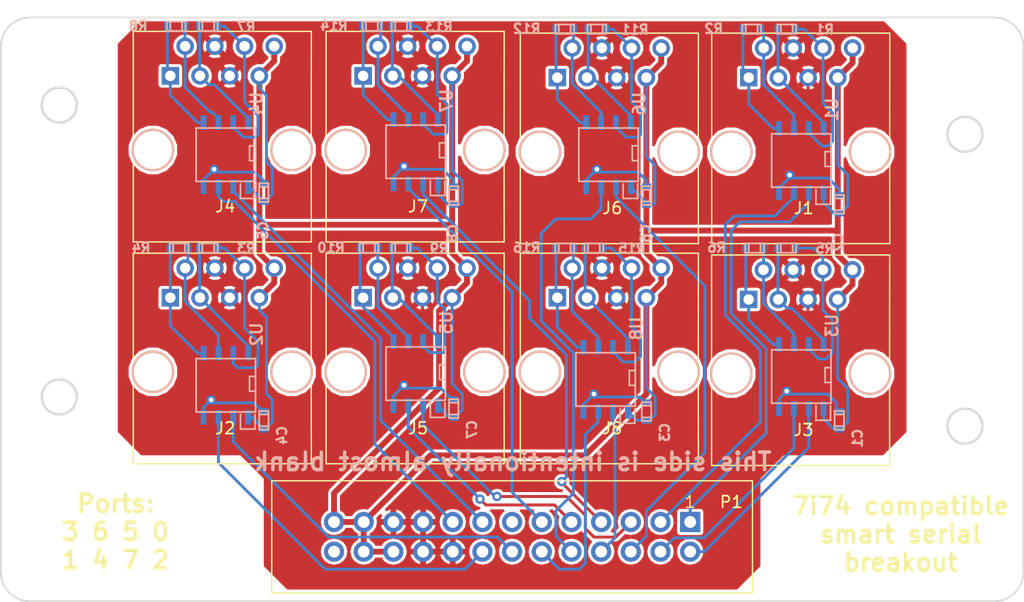
<source format=kicad_pcb>
(kicad_pcb (version 20170123) (host pcbnew "(2017-04-22 revision b385413)-master")
  (layers (0 F.Cu signal) (31 B.Cu signal) (34 B.Paste user) (35 F.Paste user) (36 B.SilkS user) (37 F.SilkS user) (38 B.Mask user) (39 F.Mask user) (44 Edge.Cuts user))
  (net 0 "")
  (net 1 "Net-(J1-Pad1)")
  (net 2 "Net-(J1-Pad2)")
  (net 3 "Net-(J1-Pad3)")
  (net 4 "Net-(J1-Pad6)")
  (net 5 "Net-(J2-Pad6)")
  (net 6 "Net-(J2-Pad3)")
  (net 7 "Net-(J2-Pad2)")
  (net 8 "Net-(J2-Pad1)")
  (net 9 "Net-(J3-Pad1)")
  (net 10 "Net-(J3-Pad2)")
  (net 11 "Net-(J3-Pad3)")
  (net 12 "Net-(J3-Pad6)")
  (net 13 "Net-(J4-Pad6)")
  (net 14 "Net-(J4-Pad3)")
  (net 15 "Net-(J4-Pad2)")
  (net 16 "Net-(J4-Pad1)")
  (net 17 "Net-(J5-Pad1)")
  (net 18 "Net-(J5-Pad2)")
  (net 19 "Net-(J5-Pad3)")
  (net 20 "Net-(J5-Pad6)")
  (net 21 "Net-(J6-Pad6)")
  (net 22 "Net-(J6-Pad3)")
  (net 23 "Net-(J6-Pad2)")
  (net 24 "Net-(J6-Pad1)")
  (net 25 "Net-(J7-Pad1)")
  (net 26 "Net-(J7-Pad2)")
  (net 27 "Net-(J7-Pad3)")
  (net 28 "Net-(J7-Pad6)")
  (net 29 "Net-(J8-Pad6)")
  (net 30 "Net-(J8-Pad3)")
  (net 31 "Net-(J8-Pad2)")
  (net 32 "Net-(J8-Pad1)")
  (net 33 GND)
  (net 34 +5V)
  (net 35 /rx0)
  (net 36 /tx0)
  (net 37 /tx3)
  (net 38 /tx1)
  (net 39 /rx3)
  (net 40 /rx1)
  (net 41 /tx7)
  (net 42 /tx6)
  (net 43 /tx5)
  (net 44 /tx4)
  (net 45 /rx7)
  (net 46 /rx6)
  (net 47 /rx5)
  (net 48 /rx4)
  (net 49 /tx2)
  (net 50 /rx2)
  (net 51 "Net-(P1-Pad13)")
  (net 52 "Net-(P1-Pad26)")
  (module Connect:RJ45_8 (layer F.Cu) (at 133.685282 73.457676)
    (fp_text reference J7 (at 4.7 11.18) (layer F.SilkS))
    (fp_text value RJ45)
    (pad 8 thru_hole circle (at 8.89 -2.54) (size 1.5 1.5) (drill 0.9) (layers *.Cu *.Mask) (net 34 +5V))
    (pad 7 thru_hole circle (at 7.62 0) (size 1.5 1.5) (drill 0.9) (layers *.Cu *.Mask) (net 34 +5V))
    (pad 6 thru_hole circle (at 6.35 -2.54) (size 1.5 1.5) (drill 0.9) (layers *.Cu *.Mask) (net 28 "Net-(J7-Pad6)"))
    (pad 5 thru_hole circle (at 5.08 0) (size 1.5 1.5) (drill 0.9) (layers *.Cu *.Mask) (net 33 GND))
    (pad 4 thru_hole circle (at 3.81 -2.54) (size 1.5 1.5) (drill 0.9) (layers *.Cu *.Mask) (net 33 GND))
    (pad 3 thru_hole circle (at 2.54 0) (size 1.5 1.5) (drill 0.9) (layers *.Cu *.Mask) (net 27 "Net-(J7-Pad3)"))
    (pad 2 thru_hole circle (at 1.27 -2.54) (size 1.5 1.5) (drill 0.9) (layers *.Cu *.Mask) (net 26 "Net-(J7-Pad2)"))
    (pad 1 thru_hole rect (at 0 0) (size 1.5 1.5) (drill 0.9) (layers *.Cu *.Mask) (net 25 "Net-(J7-Pad1)"))
    (pad Hole np_thru_hole circle (at -1.49 6.35) (size 3.65 3.65) (drill 3.25) (layers *.Cu *.SilkS *.Mask))
    (pad Hole np_thru_hole circle (at 10.38 6.35) (size 3.65 3.65) (drill 3.25) (layers *.Cu *.SilkS *.Mask))
  )
  (module Connect:RJ45_8 (layer F.Cu) (at 166.685282 73.607676)
    (fp_text reference J1 (at 4.7 11.18) (layer F.SilkS))
    (fp_text value RJ45)
    (pad 8 thru_hole circle (at 8.89 -2.54) (size 1.5 1.5) (drill 0.9) (layers *.Cu *.Mask) (net 34 +5V))
    (pad 7 thru_hole circle (at 7.62 0) (size 1.5 1.5) (drill 0.9) (layers *.Cu *.Mask) (net 34 +5V))
    (pad 6 thru_hole circle (at 6.35 -2.54) (size 1.5 1.5) (drill 0.9) (layers *.Cu *.Mask) (net 4 "Net-(J1-Pad6)"))
    (pad 5 thru_hole circle (at 5.08 0) (size 1.5 1.5) (drill 0.9) (layers *.Cu *.Mask) (net 33 GND))
    (pad 4 thru_hole circle (at 3.81 -2.54) (size 1.5 1.5) (drill 0.9) (layers *.Cu *.Mask) (net 33 GND))
    (pad 3 thru_hole circle (at 2.54 0) (size 1.5 1.5) (drill 0.9) (layers *.Cu *.Mask) (net 3 "Net-(J1-Pad3)"))
    (pad 2 thru_hole circle (at 1.27 -2.54) (size 1.5 1.5) (drill 0.9) (layers *.Cu *.Mask) (net 2 "Net-(J1-Pad2)"))
    (pad 1 thru_hole rect (at 0 0) (size 1.5 1.5) (drill 0.9) (layers *.Cu *.Mask) (net 1 "Net-(J1-Pad1)"))
    (pad Hole np_thru_hole circle (at -1.49 6.35) (size 3.65 3.65) (drill 3.25) (layers *.Cu *.SilkS *.Mask))
    (pad Hole np_thru_hole circle (at 10.38 6.35) (size 3.65 3.65) (drill 3.25) (layers *.Cu *.SilkS *.Mask))
  )
  (module Connect:RJ45_8 (layer F.Cu) (at 117.185282 92.457676)
    (fp_text reference J2 (at 4.7 11.18) (layer F.SilkS))
    (fp_text value RJ45)
    (pad Hole np_thru_hole circle (at 10.38 6.35) (size 3.65 3.65) (drill 3.25) (layers *.Cu *.SilkS *.Mask))
    (pad Hole np_thru_hole circle (at -1.49 6.35) (size 3.65 3.65) (drill 3.25) (layers *.Cu *.SilkS *.Mask))
    (pad 1 thru_hole rect (at 0 0) (size 1.5 1.5) (drill 0.9) (layers *.Cu *.Mask) (net 8 "Net-(J2-Pad1)"))
    (pad 2 thru_hole circle (at 1.27 -2.54) (size 1.5 1.5) (drill 0.9) (layers *.Cu *.Mask) (net 7 "Net-(J2-Pad2)"))
    (pad 3 thru_hole circle (at 2.54 0) (size 1.5 1.5) (drill 0.9) (layers *.Cu *.Mask) (net 6 "Net-(J2-Pad3)"))
    (pad 4 thru_hole circle (at 3.81 -2.54) (size 1.5 1.5) (drill 0.9) (layers *.Cu *.Mask) (net 33 GND))
    (pad 5 thru_hole circle (at 5.08 0) (size 1.5 1.5) (drill 0.9) (layers *.Cu *.Mask) (net 33 GND))
    (pad 6 thru_hole circle (at 6.35 -2.54) (size 1.5 1.5) (drill 0.9) (layers *.Cu *.Mask) (net 5 "Net-(J2-Pad6)"))
    (pad 7 thru_hole circle (at 7.62 0) (size 1.5 1.5) (drill 0.9) (layers *.Cu *.Mask) (net 34 +5V))
    (pad 8 thru_hole circle (at 8.89 -2.54) (size 1.5 1.5) (drill 0.9) (layers *.Cu *.Mask) (net 34 +5V))
  )
  (module Connect:RJ45_8 (layer F.Cu) (at 166.675282 92.607676)
    (fp_text reference J3 (at 4.7 11.18) (layer F.SilkS))
    (fp_text value RJ45)
    (pad 8 thru_hole circle (at 8.89 -2.54) (size 1.5 1.5) (drill 0.9) (layers *.Cu *.Mask) (net 34 +5V))
    (pad 7 thru_hole circle (at 7.62 0) (size 1.5 1.5) (drill 0.9) (layers *.Cu *.Mask) (net 34 +5V))
    (pad 6 thru_hole circle (at 6.35 -2.54) (size 1.5 1.5) (drill 0.9) (layers *.Cu *.Mask) (net 12 "Net-(J3-Pad6)"))
    (pad 5 thru_hole circle (at 5.08 0) (size 1.5 1.5) (drill 0.9) (layers *.Cu *.Mask) (net 33 GND))
    (pad 4 thru_hole circle (at 3.81 -2.54) (size 1.5 1.5) (drill 0.9) (layers *.Cu *.Mask) (net 33 GND))
    (pad 3 thru_hole circle (at 2.54 0) (size 1.5 1.5) (drill 0.9) (layers *.Cu *.Mask) (net 11 "Net-(J3-Pad3)"))
    (pad 2 thru_hole circle (at 1.27 -2.54) (size 1.5 1.5) (drill 0.9) (layers *.Cu *.Mask) (net 10 "Net-(J3-Pad2)"))
    (pad 1 thru_hole rect (at 0 0) (size 1.5 1.5) (drill 0.9) (layers *.Cu *.Mask) (net 9 "Net-(J3-Pad1)"))
    (pad Hole np_thru_hole circle (at -1.49 6.35) (size 3.65 3.65) (drill 3.25) (layers *.Cu *.SilkS *.Mask))
    (pad Hole np_thru_hole circle (at 10.38 6.35) (size 3.65 3.65) (drill 3.25) (layers *.Cu *.SilkS *.Mask))
  )
  (module Connect:RJ45_8 (layer F.Cu) (at 117.185282 73.457676)
    (fp_text reference J4 (at 4.7 11.18) (layer F.SilkS))
    (fp_text value RJ45)
    (pad Hole np_thru_hole circle (at 10.38 6.35) (size 3.65 3.65) (drill 3.25) (layers *.Cu *.SilkS *.Mask))
    (pad Hole np_thru_hole circle (at -1.49 6.35) (size 3.65 3.65) (drill 3.25) (layers *.Cu *.SilkS *.Mask))
    (pad 1 thru_hole rect (at 0 0) (size 1.5 1.5) (drill 0.9) (layers *.Cu *.Mask) (net 16 "Net-(J4-Pad1)"))
    (pad 2 thru_hole circle (at 1.27 -2.54) (size 1.5 1.5) (drill 0.9) (layers *.Cu *.Mask) (net 15 "Net-(J4-Pad2)"))
    (pad 3 thru_hole circle (at 2.54 0) (size 1.5 1.5) (drill 0.9) (layers *.Cu *.Mask) (net 14 "Net-(J4-Pad3)"))
    (pad 4 thru_hole circle (at 3.81 -2.54) (size 1.5 1.5) (drill 0.9) (layers *.Cu *.Mask) (net 33 GND))
    (pad 5 thru_hole circle (at 5.08 0) (size 1.5 1.5) (drill 0.9) (layers *.Cu *.Mask) (net 33 GND))
    (pad 6 thru_hole circle (at 6.35 -2.54) (size 1.5 1.5) (drill 0.9) (layers *.Cu *.Mask) (net 13 "Net-(J4-Pad6)"))
    (pad 7 thru_hole circle (at 7.62 0) (size 1.5 1.5) (drill 0.9) (layers *.Cu *.Mask) (net 34 +5V))
    (pad 8 thru_hole circle (at 8.89 -2.54) (size 1.5 1.5) (drill 0.9) (layers *.Cu *.Mask) (net 34 +5V))
  )
  (module Connect:RJ45_8 (layer F.Cu) (at 133.685282 92.457676)
    (fp_text reference J5 (at 4.7 11.18) (layer F.SilkS))
    (fp_text value RJ45)
    (pad 8 thru_hole circle (at 8.89 -2.54) (size 1.5 1.5) (drill 0.9) (layers *.Cu *.Mask) (net 34 +5V))
    (pad 7 thru_hole circle (at 7.62 0) (size 1.5 1.5) (drill 0.9) (layers *.Cu *.Mask) (net 34 +5V))
    (pad 6 thru_hole circle (at 6.35 -2.54) (size 1.5 1.5) (drill 0.9) (layers *.Cu *.Mask) (net 20 "Net-(J5-Pad6)"))
    (pad 5 thru_hole circle (at 5.08 0) (size 1.5 1.5) (drill 0.9) (layers *.Cu *.Mask) (net 33 GND))
    (pad 4 thru_hole circle (at 3.81 -2.54) (size 1.5 1.5) (drill 0.9) (layers *.Cu *.Mask) (net 33 GND))
    (pad 3 thru_hole circle (at 2.54 0) (size 1.5 1.5) (drill 0.9) (layers *.Cu *.Mask) (net 19 "Net-(J5-Pad3)"))
    (pad 2 thru_hole circle (at 1.27 -2.54) (size 1.5 1.5) (drill 0.9) (layers *.Cu *.Mask) (net 18 "Net-(J5-Pad2)"))
    (pad 1 thru_hole rect (at 0 0) (size 1.5 1.5) (drill 0.9) (layers *.Cu *.Mask) (net 17 "Net-(J5-Pad1)"))
    (pad Hole np_thru_hole circle (at -1.49 6.35) (size 3.65 3.65) (drill 3.25) (layers *.Cu *.SilkS *.Mask))
    (pad Hole np_thru_hole circle (at 10.38 6.35) (size 3.65 3.65) (drill 3.25) (layers *.Cu *.SilkS *.Mask))
  )
  (module Connect:RJ45_8 (layer F.Cu) (at 150.305282 73.607676)
    (fp_text reference J6 (at 4.7 11.18) (layer F.SilkS))
    (fp_text value RJ45)
    (pad Hole np_thru_hole circle (at 10.38 6.35) (size 3.65 3.65) (drill 3.25) (layers *.Cu *.SilkS *.Mask))
    (pad Hole np_thru_hole circle (at -1.49 6.35) (size 3.65 3.65) (drill 3.25) (layers *.Cu *.SilkS *.Mask))
    (pad 1 thru_hole rect (at 0 0) (size 1.5 1.5) (drill 0.9) (layers *.Cu *.Mask) (net 24 "Net-(J6-Pad1)"))
    (pad 2 thru_hole circle (at 1.27 -2.54) (size 1.5 1.5) (drill 0.9) (layers *.Cu *.Mask) (net 23 "Net-(J6-Pad2)"))
    (pad 3 thru_hole circle (at 2.54 0) (size 1.5 1.5) (drill 0.9) (layers *.Cu *.Mask) (net 22 "Net-(J6-Pad3)"))
    (pad 4 thru_hole circle (at 3.81 -2.54) (size 1.5 1.5) (drill 0.9) (layers *.Cu *.Mask) (net 33 GND))
    (pad 5 thru_hole circle (at 5.08 0) (size 1.5 1.5) (drill 0.9) (layers *.Cu *.Mask) (net 33 GND))
    (pad 6 thru_hole circle (at 6.35 -2.54) (size 1.5 1.5) (drill 0.9) (layers *.Cu *.Mask) (net 21 "Net-(J6-Pad6)"))
    (pad 7 thru_hole circle (at 7.62 0) (size 1.5 1.5) (drill 0.9) (layers *.Cu *.Mask) (net 34 +5V))
    (pad 8 thru_hole circle (at 8.89 -2.54) (size 1.5 1.5) (drill 0.9) (layers *.Cu *.Mask) (net 34 +5V))
  )
  (module Connect:RJ45_8 (layer F.Cu) (at 150.305282 92.457676)
    (fp_text reference J8 (at 4.7 11.18) (layer F.SilkS))
    (fp_text value RJ45)
    (pad Hole np_thru_hole circle (at 10.38 6.35) (size 3.65 3.65) (drill 3.25) (layers *.Cu *.SilkS *.Mask))
    (pad Hole np_thru_hole circle (at -1.49 6.35) (size 3.65 3.65) (drill 3.25) (layers *.Cu *.SilkS *.Mask))
    (pad 1 thru_hole rect (at 0 0) (size 1.5 1.5) (drill 0.9) (layers *.Cu *.Mask) (net 32 "Net-(J8-Pad1)"))
    (pad 2 thru_hole circle (at 1.27 -2.54) (size 1.5 1.5) (drill 0.9) (layers *.Cu *.Mask) (net 31 "Net-(J8-Pad2)"))
    (pad 3 thru_hole circle (at 2.54 0) (size 1.5 1.5) (drill 0.9) (layers *.Cu *.Mask) (net 30 "Net-(J8-Pad3)"))
    (pad 4 thru_hole circle (at 3.81 -2.54) (size 1.5 1.5) (drill 0.9) (layers *.Cu *.Mask) (net 33 GND))
    (pad 5 thru_hole circle (at 5.08 0) (size 1.5 1.5) (drill 0.9) (layers *.Cu *.Mask) (net 33 GND))
    (pad 6 thru_hole circle (at 6.35 -2.54) (size 1.5 1.5) (drill 0.9) (layers *.Cu *.Mask) (net 29 "Net-(J8-Pad6)"))
    (pad 7 thru_hole circle (at 7.62 0) (size 1.5 1.5) (drill 0.9) (layers *.Cu *.Mask) (net 34 +5V))
    (pad 8 thru_hole circle (at 8.89 -2.54) (size 1.5 1.5) (drill 0.9) (layers *.Cu *.Mask) (net 34 +5V))
  )
  (module stmbl:C_0603 (layer B.Cu) (at 174.435282 102.957676 90)
    (fp_text reference C1 (at -1.542324 1.564718 90) (layer B.SilkS) (effects (font (size 0.8 0.8) (thickness 0.2)) (justify mirror)))
    (fp_text value 100n)
    (pad 2 smd rect (at 0.75 0 90) (size 0.59 0.8) (layers B.Cu B.Paste B.Mask) (net 33 GND))
    (pad 1 smd rect (at -0.75 0 90) (size 0.59 0.8) (layers B.Cu B.Paste B.Mask) (net 34 +5V))
  )
  (module stmbl:C_0603 (layer B.Cu) (at 174.435282 84.457676 90)
    (fp_text reference C2 (at -3.248 -0.064 90) (layer B.SilkS) (effects (font (size 0.8 0.8) (thickness 0.2)) (justify mirror)))
    (fp_text value 100n)
    (pad 2 smd rect (at 0.75 0 90) (size 0.59 0.8) (layers B.Cu B.Paste B.Mask) (net 33 GND))
    (pad 1 smd rect (at -0.75 0 90) (size 0.59 0.8) (layers B.Cu B.Paste B.Mask) (net 34 +5V))
  )
  (module stmbl:C_0603 (layer B.Cu) (at 157.935282 102.207676 90)
    (fp_text reference C3 (at -1.792324 1.564718 90) (layer B.SilkS) (effects (font (size 0.8 0.8) (thickness 0.2)) (justify mirror)))
    (fp_text value 100n)
    (pad 1 smd rect (at -0.75 0 90) (size 0.59 0.8) (layers B.Cu B.Paste B.Mask) (net 34 +5V))
    (pad 2 smd rect (at 0.75 0 90) (size 0.59 0.8) (layers B.Cu B.Paste B.Mask) (net 33 GND))
  )
  (module stmbl:C_0603 (layer B.Cu) (at 125.185282 102.957676 90)
    (fp_text reference C4 (at -1.292324 1.564718 90) (layer B.SilkS) (effects (font (size 0.8 0.8) (thickness 0.2)) (justify mirror)))
    (fp_text value 100n)
    (pad 2 smd rect (at 0.75 0 90) (size 0.59 0.8) (layers B.Cu B.Paste B.Mask) (net 33 GND))
    (pad 1 smd rect (at -0.75 0 90) (size 0.59 0.8) (layers B.Cu B.Paste B.Mask) (net 34 +5V))
  )
  (module stmbl:C_0603 (layer B.Cu) (at 125.185282 83.457676 90)
    (fp_text reference C5 (at -3.248 -0.064 90) (layer B.SilkS) (effects (font (size 0.8 0.8) (thickness 0.2)) (justify mirror)))
    (fp_text value 100n)
    (pad 1 smd rect (at -0.75 0 90) (size 0.59 0.8) (layers B.Cu B.Paste B.Mask) (net 34 +5V))
    (pad 2 smd rect (at 0.75 0 90) (size 0.59 0.8) (layers B.Cu B.Paste B.Mask) (net 33 GND))
  )
  (module stmbl:C_0603 (layer B.Cu) (at 157.935282 83.707676 90)
    (fp_text reference C6 (at -3.248 -0.064 90) (layer B.SilkS) (effects (font (size 0.8 0.8) (thickness 0.2)) (justify mirror)))
    (fp_text value 100n)
    (pad 1 smd rect (at -0.75 0 90) (size 0.59 0.8) (layers B.Cu B.Paste B.Mask) (net 34 +5V))
    (pad 2 smd rect (at 0.75 0 90) (size 0.59 0.8) (layers B.Cu B.Paste B.Mask) (net 33 GND))
  )
  (module stmbl:C_0603 (layer B.Cu) (at 141.435282 101.957676 90)
    (fp_text reference C7 (at -1.792324 1.564718 90) (layer B.SilkS) (effects (font (size 0.8 0.8) (thickness 0.2)) (justify mirror)))
    (fp_text value 100n)
    (pad 2 smd rect (at 0.75 0 90) (size 0.59 0.8) (layers B.Cu B.Paste B.Mask) (net 33 GND))
    (pad 1 smd rect (at -0.75 0 90) (size 0.59 0.8) (layers B.Cu B.Paste B.Mask) (net 34 +5V))
  )
  (module stmbl:C_0603 (layer B.Cu) (at 141.435282 83.707676 90)
    (fp_text reference C8 (at -3.248 -0.064 90) (layer B.SilkS) (effects (font (size 0.8 0.8) (thickness 0.2)) (justify mirror)))
    (fp_text value 100n)
    (pad 1 smd rect (at -0.75 0 90) (size 0.59 0.8) (layers B.Cu B.Paste B.Mask) (net 34 +5V))
    (pad 2 smd rect (at 0.75 0 90) (size 0.59 0.8) (layers B.Cu B.Paste B.Mask) (net 33 GND))
  )
  (module Connect:IDC_Header_Straight_26pins (layer F.Cu) (at 161.675282 111.667676 180)
    (fp_text reference P1 (at -3.51 1.71 180) (layer F.SilkS))
    (fp_text value CONN_02X13)
    (fp_text user 1 (at 0.02 1.72 180) (layer F.SilkS) (effects (font (thickness 0.12))))
    (pad 1 thru_hole rect (at 0 0 180) (size 1.7272 1.7272) (drill 1.016) (layers *.Cu *.Mask) (net 35 /rx0))
    (pad 2 thru_hole oval (at 0 -2.54 180) (size 1.7272 1.7272) (drill 1.016) (layers *.Cu *.Mask) (net 50 /rx2))
    (pad 3 thru_hole oval (at 2.54 0 180) (size 1.7272 1.7272) (drill 1.016) (layers *.Cu *.Mask) (net 36 /tx0))
    (pad 4 thru_hole oval (at 2.54 -2.54 180) (size 1.7272 1.7272) (drill 1.016) (layers *.Cu *.Mask) (net 49 /tx2))
    (pad 5 thru_hole oval (at 5.08 0 180) (size 1.7272 1.7272) (drill 1.016) (layers *.Cu *.Mask) (net 48 /rx4))
    (pad 6 thru_hole oval (at 5.08 -2.54 180) (size 1.7272 1.7272) (drill 1.016) (layers *.Cu *.Mask) (net 47 /rx5))
    (pad 7 thru_hole oval (at 7.62 0 180) (size 1.7272 1.7272) (drill 1.016) (layers *.Cu *.Mask) (net 46 /rx6))
    (pad 8 thru_hole oval (at 7.62 -2.54 180) (size 1.7272 1.7272) (drill 1.016) (layers *.Cu *.Mask) (net 45 /rx7))
    (pad 9 thru_hole oval (at 10.16 0 180) (size 1.7272 1.7272) (drill 1.016) (layers *.Cu *.Mask) (net 44 /tx4))
    (pad 10 thru_hole oval (at 10.16 -2.54 180) (size 1.7272 1.7272) (drill 1.016) (layers *.Cu *.Mask) (net 43 /tx5))
    (pad 11 thru_hole oval (at 12.7 0 180) (size 1.7272 1.7272) (drill 1.016) (layers *.Cu *.Mask) (net 42 /tx6))
    (pad 12 thru_hole oval (at 12.7 -2.54 180) (size 1.7272 1.7272) (drill 1.016) (layers *.Cu *.Mask) (net 41 /tx7))
    (pad 13 thru_hole oval (at 15.24 0 180) (size 1.7272 1.7272) (drill 1.016) (layers *.Cu *.Mask) (net 51 "Net-(P1-Pad13)"))
    (pad 14 thru_hole oval (at 15.24 -2.54 180) (size 1.7272 1.7272) (drill 1.016) (layers *.Cu *.Mask) (net 40 /rx1))
    (pad 15 thru_hole oval (at 17.78 0 180) (size 1.7272 1.7272) (drill 1.016) (layers *.Cu *.Mask) (net 39 /rx3))
    (pad 16 thru_hole oval (at 17.78 -2.54 180) (size 1.7272 1.7272) (drill 1.016) (layers *.Cu *.Mask) (net 38 /tx1))
    (pad 17 thru_hole oval (at 20.32 0 180) (size 1.7272 1.7272) (drill 1.016) (layers *.Cu *.Mask) (net 37 /tx3))
    (pad 18 thru_hole oval (at 20.32 -2.54 180) (size 1.7272 1.7272) (drill 1.016) (layers *.Cu *.Mask) (net 33 GND))
    (pad 19 thru_hole oval (at 22.86 0 180) (size 1.7272 1.7272) (drill 1.016) (layers *.Cu *.Mask) (net 33 GND))
    (pad 20 thru_hole oval (at 22.86 -2.54 180) (size 1.7272 1.7272) (drill 1.016) (layers *.Cu *.Mask) (net 33 GND))
    (pad 21 thru_hole oval (at 25.4 0 180) (size 1.7272 1.7272) (drill 1.016) (layers *.Cu *.Mask) (net 33 GND))
    (pad 22 thru_hole oval (at 25.4 -2.54 180) (size 1.7272 1.7272) (drill 1.016) (layers *.Cu *.Mask) (net 34 +5V))
    (pad 23 thru_hole oval (at 27.94 0 180) (size 1.7272 1.7272) (drill 1.016) (layers *.Cu *.Mask) (net 34 +5V))
    (pad 24 thru_hole oval (at 27.94 -2.54 180) (size 1.7272 1.7272) (drill 1.016) (layers *.Cu *.Mask) (net 34 +5V))
    (pad 25 thru_hole oval (at 30.48 0 180) (size 1.7272 1.7272) (drill 1.016) (layers *.Cu *.Mask) (net 34 +5V))
    (pad 26 thru_hole oval (at 30.48 -2.54 180) (size 1.7272 1.7272) (drill 1.016) (layers *.Cu *.Mask) (net 52 "Net-(P1-Pad26)"))
  )
  (module stmbl:SOIC-8-N (layer B.Cu) (at 171.185282 80.707676 90)
    (fp_text reference U1 (at 4.362 2.624 90) (layer B.SilkS) (effects (font (thickness 0.2)) (justify mirror)))
    (fp_text value rs4854)
    (pad 1 smd rect (at -2.75 1.905 180) (size 0.5 1.25) (layers B.Cu B.Paste B.Mask) (net 34 +5V))
    (pad 2 smd rect (at -2.75 0.635 180) (size 0.5 1.25) (layers B.Cu B.Paste B.Mask) (net 35 /rx0))
    (pad 3 smd rect (at -2.75 -0.635 180) (size 0.5 1.25) (layers B.Cu B.Paste B.Mask) (net 36 /tx0))
    (pad 4 smd rect (at -2.75 -1.905 180) (size 0.5 1.25) (layers B.Cu B.Paste B.Mask) (net 33 GND))
    (pad 5 smd rect (at 2.75 -1.905 180) (size 0.5 1.25) (layers B.Cu B.Paste B.Mask) (net 1 "Net-(J1-Pad1)"))
    (pad 6 smd rect (at 2.75 -0.635 180) (size 0.5 1.25) (layers B.Cu B.Paste B.Mask) (net 2 "Net-(J1-Pad2)"))
    (pad 7 smd rect (at 2.75 0.635 180) (size 0.5 1.25) (layers B.Cu B.Paste B.Mask) (net 4 "Net-(J1-Pad6)"))
    (pad 8 smd rect (at 2.75 1.905 180) (size 0.5 1.25) (layers B.Cu B.Paste B.Mask) (net 3 "Net-(J1-Pad3)"))
  )
  (module stmbl:SOIC-8-N (layer B.Cu) (at 121.935282 99.957676 90)
    (fp_text reference U2 (at 4.362 2.624 90) (layer B.SilkS) (effects (font (thickness 0.2)) (justify mirror)))
    (fp_text value rs4854)
    (pad 8 smd rect (at 2.75 1.905 180) (size 0.5 1.25) (layers B.Cu B.Paste B.Mask) (net 6 "Net-(J2-Pad3)"))
    (pad 7 smd rect (at 2.75 0.635 180) (size 0.5 1.25) (layers B.Cu B.Paste B.Mask) (net 5 "Net-(J2-Pad6)"))
    (pad 6 smd rect (at 2.75 -0.635 180) (size 0.5 1.25) (layers B.Cu B.Paste B.Mask) (net 7 "Net-(J2-Pad2)"))
    (pad 5 smd rect (at 2.75 -1.905 180) (size 0.5 1.25) (layers B.Cu B.Paste B.Mask) (net 8 "Net-(J2-Pad1)"))
    (pad 4 smd rect (at -2.75 -1.905 180) (size 0.5 1.25) (layers B.Cu B.Paste B.Mask) (net 33 GND))
    (pad 3 smd rect (at -2.75 -0.635 180) (size 0.5 1.25) (layers B.Cu B.Paste B.Mask) (net 38 /tx1))
    (pad 2 smd rect (at -2.75 0.635 180) (size 0.5 1.25) (layers B.Cu B.Paste B.Mask) (net 40 /rx1))
    (pad 1 smd rect (at -2.75 1.905 180) (size 0.5 1.25) (layers B.Cu B.Paste B.Mask) (net 34 +5V))
  )
  (module stmbl:SOIC-8-N (layer B.Cu) (at 171.185282 99.207676 90)
    (fp_text reference U3 (at 4.362 2.624 90) (layer B.SilkS) (effects (font (thickness 0.2)) (justify mirror)))
    (fp_text value rs4854)
    (pad 8 smd rect (at 2.75 1.905 180) (size 0.5 1.25) (layers B.Cu B.Paste B.Mask) (net 11 "Net-(J3-Pad3)"))
    (pad 7 smd rect (at 2.75 0.635 180) (size 0.5 1.25) (layers B.Cu B.Paste B.Mask) (net 12 "Net-(J3-Pad6)"))
    (pad 6 smd rect (at 2.75 -0.635 180) (size 0.5 1.25) (layers B.Cu B.Paste B.Mask) (net 10 "Net-(J3-Pad2)"))
    (pad 5 smd rect (at 2.75 -1.905 180) (size 0.5 1.25) (layers B.Cu B.Paste B.Mask) (net 9 "Net-(J3-Pad1)"))
    (pad 4 smd rect (at -2.75 -1.905 180) (size 0.5 1.25) (layers B.Cu B.Paste B.Mask) (net 33 GND))
    (pad 3 smd rect (at -2.75 -0.635 180) (size 0.5 1.25) (layers B.Cu B.Paste B.Mask) (net 49 /tx2))
    (pad 2 smd rect (at -2.75 0.635 180) (size 0.5 1.25) (layers B.Cu B.Paste B.Mask) (net 50 /rx2))
    (pad 1 smd rect (at -2.75 1.905 180) (size 0.5 1.25) (layers B.Cu B.Paste B.Mask) (net 34 +5V))
  )
  (module stmbl:SOIC-8-N (layer B.Cu) (at 121.935282 80.207676 90)
    (fp_text reference U4 (at 4.362 2.624 90) (layer B.SilkS) (effects (font (thickness 0.2)) (justify mirror)))
    (fp_text value rs4854)
    (pad 1 smd rect (at -2.75 1.905 180) (size 0.5 1.25) (layers B.Cu B.Paste B.Mask) (net 34 +5V))
    (pad 2 smd rect (at -2.75 0.635 180) (size 0.5 1.25) (layers B.Cu B.Paste B.Mask) (net 39 /rx3))
    (pad 3 smd rect (at -2.75 -0.635 180) (size 0.5 1.25) (layers B.Cu B.Paste B.Mask) (net 37 /tx3))
    (pad 4 smd rect (at -2.75 -1.905 180) (size 0.5 1.25) (layers B.Cu B.Paste B.Mask) (net 33 GND))
    (pad 5 smd rect (at 2.75 -1.905 180) (size 0.5 1.25) (layers B.Cu B.Paste B.Mask) (net 16 "Net-(J4-Pad1)"))
    (pad 6 smd rect (at 2.75 -0.635 180) (size 0.5 1.25) (layers B.Cu B.Paste B.Mask) (net 15 "Net-(J4-Pad2)"))
    (pad 7 smd rect (at 2.75 0.635 180) (size 0.5 1.25) (layers B.Cu B.Paste B.Mask) (net 13 "Net-(J4-Pad6)"))
    (pad 8 smd rect (at 2.75 1.905 180) (size 0.5 1.25) (layers B.Cu B.Paste B.Mask) (net 14 "Net-(J4-Pad3)"))
  )
  (module stmbl:SOIC-8-N (layer B.Cu) (at 138.185282 98.957676 90)
    (fp_text reference U5 (at 4.362 2.624 90) (layer B.SilkS) (effects (font (thickness 0.2)) (justify mirror)))
    (fp_text value rs4854)
    (pad 1 smd rect (at -2.75 1.905 180) (size 0.5 1.25) (layers B.Cu B.Paste B.Mask) (net 34 +5V))
    (pad 2 smd rect (at -2.75 0.635 180) (size 0.5 1.25) (layers B.Cu B.Paste B.Mask) (net 48 /rx4))
    (pad 3 smd rect (at -2.75 -0.635 180) (size 0.5 1.25) (layers B.Cu B.Paste B.Mask) (net 44 /tx4))
    (pad 4 smd rect (at -2.75 -1.905 180) (size 0.5 1.25) (layers B.Cu B.Paste B.Mask) (net 33 GND))
    (pad 5 smd rect (at 2.75 -1.905 180) (size 0.5 1.25) (layers B.Cu B.Paste B.Mask) (net 17 "Net-(J5-Pad1)"))
    (pad 6 smd rect (at 2.75 -0.635 180) (size 0.5 1.25) (layers B.Cu B.Paste B.Mask) (net 18 "Net-(J5-Pad2)"))
    (pad 7 smd rect (at 2.75 0.635 180) (size 0.5 1.25) (layers B.Cu B.Paste B.Mask) (net 20 "Net-(J5-Pad6)"))
    (pad 8 smd rect (at 2.75 1.905 180) (size 0.5 1.25) (layers B.Cu B.Paste B.Mask) (net 19 "Net-(J5-Pad3)"))
  )
  (module stmbl:SOIC-8-N (layer B.Cu) (at 154.685282 80.207676 90)
    (fp_text reference U6 (at 4.362 2.624 90) (layer B.SilkS) (effects (font (thickness 0.2)) (justify mirror)))
    (fp_text value rs4854)
    (pad 8 smd rect (at 2.75 1.905 180) (size 0.5 1.25) (layers B.Cu B.Paste B.Mask) (net 22 "Net-(J6-Pad3)"))
    (pad 7 smd rect (at 2.75 0.635 180) (size 0.5 1.25) (layers B.Cu B.Paste B.Mask) (net 21 "Net-(J6-Pad6)"))
    (pad 6 smd rect (at 2.75 -0.635 180) (size 0.5 1.25) (layers B.Cu B.Paste B.Mask) (net 23 "Net-(J6-Pad2)"))
    (pad 5 smd rect (at 2.75 -1.905 180) (size 0.5 1.25) (layers B.Cu B.Paste B.Mask) (net 24 "Net-(J6-Pad1)"))
    (pad 4 smd rect (at -2.75 -1.905 180) (size 0.5 1.25) (layers B.Cu B.Paste B.Mask) (net 33 GND))
    (pad 3 smd rect (at -2.75 -0.635 180) (size 0.5 1.25) (layers B.Cu B.Paste B.Mask) (net 43 /tx5))
    (pad 2 smd rect (at -2.75 0.635 180) (size 0.5 1.25) (layers B.Cu B.Paste B.Mask) (net 47 /rx5))
    (pad 1 smd rect (at -2.75 1.905 180) (size 0.5 1.25) (layers B.Cu B.Paste B.Mask) (net 34 +5V))
  )
  (module stmbl:SOIC-8-N (layer B.Cu) (at 138.185282 79.957676 90)
    (fp_text reference U7 (at 4.362 2.624 90) (layer B.SilkS) (effects (font (thickness 0.2)) (justify mirror)))
    (fp_text value rs4854)
    (pad 1 smd rect (at -2.75 1.905 180) (size 0.5 1.25) (layers B.Cu B.Paste B.Mask) (net 34 +5V))
    (pad 2 smd rect (at -2.75 0.635 180) (size 0.5 1.25) (layers B.Cu B.Paste B.Mask) (net 46 /rx6))
    (pad 3 smd rect (at -2.75 -0.635 180) (size 0.5 1.25) (layers B.Cu B.Paste B.Mask) (net 42 /tx6))
    (pad 4 smd rect (at -2.75 -1.905 180) (size 0.5 1.25) (layers B.Cu B.Paste B.Mask) (net 33 GND))
    (pad 5 smd rect (at 2.75 -1.905 180) (size 0.5 1.25) (layers B.Cu B.Paste B.Mask) (net 25 "Net-(J7-Pad1)"))
    (pad 6 smd rect (at 2.75 -0.635 180) (size 0.5 1.25) (layers B.Cu B.Paste B.Mask) (net 26 "Net-(J7-Pad2)"))
    (pad 7 smd rect (at 2.75 0.635 180) (size 0.5 1.25) (layers B.Cu B.Paste B.Mask) (net 28 "Net-(J7-Pad6)"))
    (pad 8 smd rect (at 2.75 1.905 180) (size 0.5 1.25) (layers B.Cu B.Paste B.Mask) (net 27 "Net-(J7-Pad3)"))
  )
  (module stmbl:SOIC-8-N (layer B.Cu) (at 154.435282 99.457676 90)
    (fp_text reference U8 (at 4.362 2.624 90) (layer B.SilkS) (effects (font (thickness 0.2)) (justify mirror)))
    (fp_text value rs4854)
    (pad 8 smd rect (at 2.75 1.905 180) (size 0.5 1.25) (layers B.Cu B.Paste B.Mask) (net 30 "Net-(J8-Pad3)"))
    (pad 7 smd rect (at 2.75 0.635 180) (size 0.5 1.25) (layers B.Cu B.Paste B.Mask) (net 29 "Net-(J8-Pad6)"))
    (pad 6 smd rect (at 2.75 -0.635 180) (size 0.5 1.25) (layers B.Cu B.Paste B.Mask) (net 31 "Net-(J8-Pad2)"))
    (pad 5 smd rect (at 2.75 -1.905 180) (size 0.5 1.25) (layers B.Cu B.Paste B.Mask) (net 32 "Net-(J8-Pad1)"))
    (pad 4 smd rect (at -2.75 -1.905 180) (size 0.5 1.25) (layers B.Cu B.Paste B.Mask) (net 33 GND))
    (pad 3 smd rect (at -2.75 -0.635 180) (size 0.5 1.25) (layers B.Cu B.Paste B.Mask) (net 41 /tx7))
    (pad 2 smd rect (at -2.75 0.635 180) (size 0.5 1.25) (layers B.Cu B.Paste B.Mask) (net 45 /rx7))
    (pad 1 smd rect (at -2.75 1.905 180) (size 0.5 1.25) (layers B.Cu B.Paste B.Mask) (net 34 +5V))
  )
  (module stmbl:R_0603 (layer B.Cu) (at 169.935282 69.457676 180)
    (fp_text reference R1 (at -3.248 -0.04 180) (layer B.SilkS) (effects (font (size 0.8 0.8) (thickness 0.2)) (justify mirror)))
    (fp_text value R)
    (pad 1 smd rect (at -0.75 0 180) (size 0.59 0.8) (layers B.Cu B.Paste B.Mask) (net 4 "Net-(J1-Pad6)"))
    (pad 2 smd rect (at 0.75 0 180) (size 0.59 0.8) (layers B.Cu B.Paste B.Mask) (net 3 "Net-(J1-Pad3)"))
  )
  (module stmbl:R_0603 (layer B.Cu) (at 166.935282 69.457676)
    (fp_text reference R2 (at -3.248 -0.04) (layer B.SilkS) (effects (font (size 0.8 0.8) (thickness 0.2)) (justify mirror)))
    (fp_text value R)
    (pad 2 smd rect (at 0.75 0) (size 0.59 0.8) (layers B.Cu B.Paste B.Mask) (net 2 "Net-(J1-Pad2)"))
    (pad 1 smd rect (at -0.75 0) (size 0.59 0.8) (layers B.Cu B.Paste B.Mask) (net 1 "Net-(J1-Pad1)"))
  )
  (module stmbl:R_0603 (layer B.Cu) (at 120.435282 88.207676 180)
    (fp_text reference R3 (at -3.248 -0.04 180) (layer B.SilkS) (effects (font (size 0.8 0.8) (thickness 0.2)) (justify mirror)))
    (fp_text value R)
    (pad 2 smd rect (at 0.75 0 180) (size 0.59 0.8) (layers B.Cu B.Paste B.Mask) (net 6 "Net-(J2-Pad3)"))
    (pad 1 smd rect (at -0.75 0 180) (size 0.59 0.8) (layers B.Cu B.Paste B.Mask) (net 5 "Net-(J2-Pad6)"))
  )
  (module stmbl:R_0603 (layer B.Cu) (at 117.935282 88.207676)
    (fp_text reference R4 (at -3.248 -0.04) (layer B.SilkS) (effects (font (size 0.8 0.8) (thickness 0.2)) (justify mirror)))
    (fp_text value R)
    (pad 1 smd rect (at -0.75 0) (size 0.59 0.8) (layers B.Cu B.Paste B.Mask) (net 8 "Net-(J2-Pad1)"))
    (pad 2 smd rect (at 0.75 0) (size 0.59 0.8) (layers B.Cu B.Paste B.Mask) (net 7 "Net-(J2-Pad2)"))
  )
  (module stmbl:R_0603 (layer B.Cu) (at 169.935282 88.207676 180)
    (fp_text reference R5 (at -3.248 -0.04 180) (layer B.SilkS) (effects (font (size 0.8 0.8) (thickness 0.2)) (justify mirror)))
    (fp_text value R)
    (pad 1 smd rect (at -0.75 0 180) (size 0.59 0.8) (layers B.Cu B.Paste B.Mask) (net 12 "Net-(J3-Pad6)"))
    (pad 2 smd rect (at 0.75 0 180) (size 0.59 0.8) (layers B.Cu B.Paste B.Mask) (net 11 "Net-(J3-Pad3)"))
  )
  (module stmbl:R_0603 (layer B.Cu) (at 167.185282 88.207676)
    (fp_text reference R6 (at -3.248 -0.04) (layer B.SilkS) (effects (font (size 0.8 0.8) (thickness 0.2)) (justify mirror)))
    (fp_text value R)
    (pad 2 smd rect (at 0.75 0) (size 0.59 0.8) (layers B.Cu B.Paste B.Mask) (net 10 "Net-(J3-Pad2)"))
    (pad 1 smd rect (at -0.75 0) (size 0.59 0.8) (layers B.Cu B.Paste B.Mask) (net 9 "Net-(J3-Pad1)"))
  )
  (module stmbl:R_0603 (layer B.Cu) (at 120.435282 69.207676 180)
    (fp_text reference R7 (at -3.248 -0.04 180) (layer B.SilkS) (effects (font (size 0.8 0.8) (thickness 0.2)) (justify mirror)))
    (fp_text value R)
    (pad 2 smd rect (at 0.75 0 180) (size 0.59 0.8) (layers B.Cu B.Paste B.Mask) (net 14 "Net-(J4-Pad3)"))
    (pad 1 smd rect (at -0.75 0 180) (size 0.59 0.8) (layers B.Cu B.Paste B.Mask) (net 13 "Net-(J4-Pad6)"))
  )
  (module stmbl:R_0603 (layer B.Cu) (at 117.685282 69.207676)
    (fp_text reference R8 (at -3.248 -0.04) (layer B.SilkS) (effects (font (size 0.8 0.8) (thickness 0.2)) (justify mirror)))
    (fp_text value R)
    (pad 1 smd rect (at -0.75 0) (size 0.59 0.8) (layers B.Cu B.Paste B.Mask) (net 16 "Net-(J4-Pad1)"))
    (pad 2 smd rect (at 0.75 0) (size 0.59 0.8) (layers B.Cu B.Paste B.Mask) (net 15 "Net-(J4-Pad2)"))
  )
  (module stmbl:R_0603 (layer B.Cu) (at 136.935282 88.207676 180)
    (fp_text reference R9 (at -3.248 -0.04 180) (layer B.SilkS) (effects (font (size 0.8 0.8) (thickness 0.2)) (justify mirror)))
    (fp_text value R)
    (pad 2 smd rect (at 0.75 0 180) (size 0.59 0.8) (layers B.Cu B.Paste B.Mask) (net 19 "Net-(J5-Pad3)"))
    (pad 1 smd rect (at -0.75 0 180) (size 0.59 0.8) (layers B.Cu B.Paste B.Mask) (net 20 "Net-(J5-Pad6)"))
  )
  (module stmbl:R_0603 (layer B.Cu) (at 134.185282 88.207676)
    (fp_text reference R10 (at -3.248 -0.04) (layer B.SilkS) (effects (font (size 0.8 0.8) (thickness 0.2)) (justify mirror)))
    (fp_text value R)
    (pad 2 smd rect (at 0.75 0) (size 0.59 0.8) (layers B.Cu B.Paste B.Mask) (net 18 "Net-(J5-Pad2)"))
    (pad 1 smd rect (at -0.75 0) (size 0.59 0.8) (layers B.Cu B.Paste B.Mask) (net 17 "Net-(J5-Pad1)"))
  )
  (module stmbl:R_0603 (layer B.Cu) (at 153.685282 69.457676 180)
    (fp_text reference R11 (at -3.248 -0.04 180) (layer B.SilkS) (effects (font (size 0.8 0.8) (thickness 0.2)) (justify mirror)))
    (fp_text value R)
    (pad 1 smd rect (at -0.75 0 180) (size 0.59 0.8) (layers B.Cu B.Paste B.Mask) (net 21 "Net-(J6-Pad6)"))
    (pad 2 smd rect (at 0.75 0 180) (size 0.59 0.8) (layers B.Cu B.Paste B.Mask) (net 22 "Net-(J6-Pad3)"))
  )
  (module stmbl:R_0603 (layer B.Cu) (at 150.935282 69.457676)
    (fp_text reference R12 (at -3.248 -0.04) (layer B.SilkS) (effects (font (size 0.8 0.8) (thickness 0.2)) (justify mirror)))
    (fp_text value R)
    (pad 1 smd rect (at -0.75 0) (size 0.59 0.8) (layers B.Cu B.Paste B.Mask) (net 24 "Net-(J6-Pad1)"))
    (pad 2 smd rect (at 0.75 0) (size 0.59 0.8) (layers B.Cu B.Paste B.Mask) (net 23 "Net-(J6-Pad2)"))
  )
  (module stmbl:R_0603 (layer B.Cu) (at 136.935282 69.207676 180)
    (fp_text reference R13 (at -3.248 -0.04 180) (layer B.SilkS) (effects (font (size 0.8 0.8) (thickness 0.2)) (justify mirror)))
    (fp_text value R)
    (pad 1 smd rect (at -0.75 0 180) (size 0.59 0.8) (layers B.Cu B.Paste B.Mask) (net 28 "Net-(J7-Pad6)"))
    (pad 2 smd rect (at 0.75 0 180) (size 0.59 0.8) (layers B.Cu B.Paste B.Mask) (net 27 "Net-(J7-Pad3)"))
  )
  (module stmbl:R_0603 (layer B.Cu) (at 134.435282 69.207676)
    (fp_text reference R14 (at -3.248 -0.04) (layer B.SilkS) (effects (font (size 0.8 0.8) (thickness 0.2)) (justify mirror)))
    (fp_text value R)
    (pad 2 smd rect (at 0.75 0) (size 0.59 0.8) (layers B.Cu B.Paste B.Mask) (net 26 "Net-(J7-Pad2)"))
    (pad 1 smd rect (at -0.75 0) (size 0.59 0.8) (layers B.Cu B.Paste B.Mask) (net 25 "Net-(J7-Pad1)"))
  )
  (module stmbl:R_0603 (layer B.Cu) (at 153.435282 88.207676 180)
    (fp_text reference R15 (at -3.248 -0.04 180) (layer B.SilkS) (effects (font (size 0.8 0.8) (thickness 0.2)) (justify mirror)))
    (fp_text value R)
    (pad 2 smd rect (at 0.75 0 180) (size 0.59 0.8) (layers B.Cu B.Paste B.Mask) (net 30 "Net-(J8-Pad3)"))
    (pad 1 smd rect (at -0.75 0 180) (size 0.59 0.8) (layers B.Cu B.Paste B.Mask) (net 29 "Net-(J8-Pad6)"))
  )
  (module stmbl:R_0603 (layer B.Cu) (at 150.935282 88.207676)
    (fp_text reference R16 (at -3.248 -0.04) (layer B.SilkS) (effects (font (size 0.8 0.8) (thickness 0.2)) (justify mirror)))
    (fp_text value R)
    (pad 1 smd rect (at -0.75 0) (size 0.59 0.8) (layers B.Cu B.Paste B.Mask) (net 32 "Net-(J8-Pad1)"))
    (pad 2 smd rect (at 0.75 0) (size 0.59 0.8) (layers B.Cu B.Paste B.Mask) (net 31 "Net-(J8-Pad2)"))
  )
  (gr_text "Ports:\n3 6 5 0\n1 4 7 2" (at 112.5 112.5) (layer F.SilkS) (effects (font (size 1.5 1.5) (thickness 0.3))))
  (gr_text "This side is intentionally almost blank" (at 146.5 106.5) (layer B.SilkS) (effects (font (size 1.5 1.5) (thickness 0.3)) (justify mirror)))
  (gr_arc (start 105.185282 115.957676) (end 102.685282 115.957676) (angle -90) (layer Edge.Cuts) (width 0.15))
  (gr_arc (start 105.185282 70.957676) (end 105.185282 68.457676) (angle -90) (layer Edge.Cuts) (width 0.15))
  (gr_arc (start 187.685282 70.957676) (end 190.185282 70.957676) (angle -90) (layer Edge.Cuts) (width 0.15))
  (gr_arc (start 187.685282 115.957676) (end 187.685282 118.457676) (angle -90) (layer Edge.Cuts) (width 0.15))
  (gr_text "7i74 compatible\nsmart serial\nbreakout" (at 179.685282 112.707676) (layer F.SilkS) (effects (font (size 1.5 1.5) (thickness 0.3))))
  (gr_circle (center 107.685282 100.957676) (end 106.185282 100.957676) (layer Edge.Cuts) (width 0.2))
  (gr_circle (center 107.685282 75.957676) (end 106.185282 75.957676) (layer Edge.Cuts) (width 0.2))
  (gr_circle (center 185.185282 103.457676) (end 183.685282 103.457676) (layer Edge.Cuts) (width 0.2))
  (gr_circle (center 185.185282 78.457676) (end 183.685282 78.457676) (layer Edge.Cuts) (width 0.2))
  (gr_line (start 105.185282 68.457676) (end 187.685282 68.457676) (layer Edge.Cuts) (width 0.15))
  (gr_line (start 102.685282 115.957676) (end 102.685282 70.957676) (layer Edge.Cuts) (width 0.15))
  (gr_line (start 187.685282 118.457676) (end 105.185282 118.457676) (layer Edge.Cuts) (width 0.15))
  (gr_line (start 190.185282 70.957676) (end 190.185282 115.957676) (layer Edge.Cuts) (width 0.15))
  (segment (start 166.185282 69.457676) (end 166.185282 73.107676) (width 0.25) (layer B.Cu) (net 1))
  (segment (start 166.185282 73.107676) (end 166.685282 73.607676) (width 0.25) (layer B.Cu) (net 1))
  (segment (start 166.685282 73.607676) (end 166.685282 75.862676) (width 0.25) (layer B.Cu) (net 1))
  (segment (start 166.685282 75.862676) (end 168.780282 77.957676) (width 0.25) (layer B.Cu) (net 1))
  (segment (start 168.780282 77.957676) (end 169.280282 77.957676) (width 0.25) (layer B.Cu) (net 1))
  (segment (start 167.955282 71.067676) (end 167.955282 69.727676) (width 0.25) (layer B.Cu) (net 2))
  (segment (start 167.955282 69.727676) (end 167.685282 69.457676) (width 0.25) (layer B.Cu) (net 2))
  (segment (start 167.955282 71.067676) (end 167.955282 74.227676) (width 0.25) (layer B.Cu) (net 2))
  (segment (start 167.955282 74.227676) (end 170.550282 76.822676) (width 0.25) (layer B.Cu) (net 2))
  (segment (start 170.550282 76.822676) (end 170.550282 77.082676) (width 0.25) (layer B.Cu) (net 2))
  (segment (start 170.550282 77.082676) (end 170.550282 77.957676) (width 0.25) (layer B.Cu) (net 2))
  (segment (start 169.185282 69.457676) (end 169.185282 73.567676) (width 0.25) (layer B.Cu) (net 3))
  (segment (start 169.185282 73.567676) (end 169.225282 73.607676) (width 0.25) (layer B.Cu) (net 3))
  (segment (start 173.090282 77.472676) (end 173.090282 77.957676) (width 0.25) (layer B.Cu) (net 3))
  (segment (start 169.225282 73.607676) (end 173.090282 77.472676) (width 0.25) (layer B.Cu) (net 3))
  (segment (start 170.685282 69.457676) (end 171.425282 69.457676) (width 0.25) (layer B.Cu) (net 4))
  (segment (start 171.425282 69.457676) (end 173.035282 71.067676) (width 0.25) (layer B.Cu) (net 4))
  (segment (start 173.035282 72.128336) (end 173.035282 71.067676) (width 0.25) (layer B.Cu) (net 4))
  (segment (start 173.855271 79.037687) (end 173.855271 76.627665) (width 0.25) (layer B.Cu) (net 4))
  (segment (start 173.435282 79.457676) (end 173.855271 79.037687) (width 0.25) (layer B.Cu) (net 4))
  (segment (start 173.035282 75.807676) (end 173.035282 72.128336) (width 0.25) (layer B.Cu) (net 4))
  (segment (start 173.855271 76.627665) (end 173.035282 75.807676) (width 0.25) (layer B.Cu) (net 4))
  (segment (start 172.945282 79.457676) (end 173.435282 79.457676) (width 0.25) (layer B.Cu) (net 4))
  (segment (start 171.820282 78.332676) (end 172.945282 79.457676) (width 0.25) (layer B.Cu) (net 4))
  (segment (start 171.820282 77.957676) (end 171.820282 78.332676) (width 0.25) (layer B.Cu) (net 4))
  (segment (start 121.185282 88.207676) (end 121.825282 88.207676) (width 0.25) (layer B.Cu) (net 5))
  (segment (start 121.825282 88.207676) (end 123.535282 89.917676) (width 0.25) (layer B.Cu) (net 5))
  (segment (start 122.570282 97.207676) (end 122.570282 98.082676) (width 0.25) (layer B.Cu) (net 5))
  (segment (start 122.570282 98.082676) (end 122.945282 98.457676) (width 0.25) (layer B.Cu) (net 5))
  (segment (start 122.945282 98.457676) (end 124.435282 98.457676) (width 0.25) (layer B.Cu) (net 5))
  (segment (start 124.685282 96.207676) (end 123.535282 95.057676) (width 0.25) (layer B.Cu) (net 5))
  (segment (start 124.435282 98.457676) (end 124.685282 98.207676) (width 0.25) (layer B.Cu) (net 5))
  (segment (start 124.685282 98.207676) (end 124.685282 96.207676) (width 0.25) (layer B.Cu) (net 5))
  (segment (start 123.535282 95.057676) (end 123.535282 90.978336) (width 0.25) (layer B.Cu) (net 5))
  (segment (start 123.535282 90.978336) (end 123.535282 89.917676) (width 0.25) (layer B.Cu) (net 5))
  (segment (start 119.685282 88.207676) (end 119.685282 92.417676) (width 0.25) (layer B.Cu) (net 6))
  (segment (start 119.685282 92.417676) (end 119.725282 92.457676) (width 0.25) (layer B.Cu) (net 6))
  (segment (start 119.725282 92.457676) (end 123.840282 96.572676) (width 0.25) (layer B.Cu) (net 6))
  (segment (start 123.840282 96.572676) (end 123.840282 97.207676) (width 0.25) (layer B.Cu) (net 6))
  (segment (start 118.685282 88.207676) (end 118.685282 89.687676) (width 0.25) (layer B.Cu) (net 7))
  (segment (start 118.685282 89.687676) (end 118.455282 89.917676) (width 0.25) (layer B.Cu) (net 7))
  (segment (start 118.455282 89.917676) (end 118.455282 92.778678) (width 0.25) (layer B.Cu) (net 7))
  (segment (start 118.455282 92.778678) (end 121.300282 95.623678) (width 0.25) (layer B.Cu) (net 7))
  (segment (start 121.300282 95.623678) (end 121.300282 96.332676) (width 0.25) (layer B.Cu) (net 7))
  (segment (start 121.300282 96.332676) (end 121.300282 97.207676) (width 0.25) (layer B.Cu) (net 7))
  (segment (start 117.185282 88.207676) (end 117.185282 92.457676) (width 0.25) (layer B.Cu) (net 8))
  (segment (start 117.185282 92.457676) (end 117.185282 94.862676) (width 0.25) (layer B.Cu) (net 8))
  (segment (start 117.185282 94.862676) (end 119.530282 97.207676) (width 0.25) (layer B.Cu) (net 8))
  (segment (start 119.530282 97.207676) (end 120.030282 97.207676) (width 0.25) (layer B.Cu) (net 8))
  (segment (start 166.435282 88.207676) (end 166.435282 92.367676) (width 0.25) (layer B.Cu) (net 9))
  (segment (start 166.435282 92.367676) (end 166.675282 92.607676) (width 0.25) (layer B.Cu) (net 9))
  (segment (start 169.280282 96.457676) (end 168.780282 96.457676) (width 0.25) (layer B.Cu) (net 9))
  (segment (start 168.780282 96.457676) (end 166.675282 94.352676) (width 0.25) (layer B.Cu) (net 9))
  (segment (start 166.675282 94.352676) (end 166.675282 93.607676) (width 0.25) (layer B.Cu) (net 9))
  (segment (start 166.675282 93.607676) (end 166.675282 92.607676) (width 0.25) (layer B.Cu) (net 9))
  (segment (start 167.945282 90.067676) (end 167.945282 88.217676) (width 0.25) (layer B.Cu) (net 10))
  (segment (start 167.945282 88.217676) (end 167.935282 88.207676) (width 0.25) (layer B.Cu) (net 10))
  (segment (start 167.945282 90.067676) (end 167.945282 92.928678) (width 0.25) (layer B.Cu) (net 10))
  (segment (start 167.945282 92.928678) (end 170.550282 95.533678) (width 0.25) (layer B.Cu) (net 10))
  (segment (start 170.550282 95.533678) (end 170.550282 95.582676) (width 0.25) (layer B.Cu) (net 10))
  (segment (start 170.550282 95.582676) (end 170.550282 96.457676) (width 0.25) (layer B.Cu) (net 10))
  (segment (start 169.185282 88.207676) (end 169.185282 92.577676) (width 0.25) (layer B.Cu) (net 11))
  (segment (start 169.185282 92.577676) (end 169.215282 92.607676) (width 0.25) (layer B.Cu) (net 11))
  (segment (start 169.215282 92.607676) (end 169.965281 93.357675) (width 0.25) (layer B.Cu) (net 11))
  (segment (start 169.965281 93.357675) (end 170.365281 93.357675) (width 0.25) (layer B.Cu) (net 11))
  (segment (start 170.365281 93.357675) (end 173.090282 96.082676) (width 0.25) (layer B.Cu) (net 11))
  (segment (start 173.090282 96.082676) (end 173.090282 96.457676) (width 0.25) (layer B.Cu) (net 11))
  (segment (start 173.025282 90.067676) (end 173.025282 89.007016) (width 0.25) (layer B.Cu) (net 12))
  (segment (start 173.025282 89.007016) (end 172.225942 88.207676) (width 0.25) (layer B.Cu) (net 12))
  (segment (start 172.225942 88.207676) (end 171.230282 88.207676) (width 0.25) (layer B.Cu) (net 12))
  (segment (start 171.230282 88.207676) (end 170.685282 88.207676) (width 0.25) (layer B.Cu) (net 12))
  (segment (start 173.025282 91.128336) (end 173.025282 90.067676) (width 0.25) (layer B.Cu) (net 12))
  (segment (start 173.025282 93.547676) (end 173.025282 91.128336) (width 0.25) (layer B.Cu) (net 12))
  (segment (start 173.845271 94.367665) (end 173.025282 93.547676) (width 0.25) (layer B.Cu) (net 12))
  (segment (start 173.845271 97.161276) (end 173.845271 94.367665) (width 0.25) (layer B.Cu) (net 12))
  (segment (start 173.298871 97.707676) (end 173.845271 97.161276) (width 0.25) (layer B.Cu) (net 12))
  (segment (start 172.695282 97.707676) (end 173.298871 97.707676) (width 0.25) (layer B.Cu) (net 12))
  (segment (start 171.820282 96.832676) (end 172.695282 97.707676) (width 0.25) (layer B.Cu) (net 12))
  (segment (start 171.820282 96.457676) (end 171.820282 96.832676) (width 0.25) (layer B.Cu) (net 12))
  (segment (start 121.185282 69.207676) (end 121.825282 69.207676) (width 0.25) (layer B.Cu) (net 13))
  (segment (start 121.825282 69.207676) (end 123.535282 70.917676) (width 0.25) (layer B.Cu) (net 13))
  (segment (start 123.535282 71.978336) (end 123.535282 70.917676) (width 0.25) (layer B.Cu) (net 13))
  (segment (start 123.535282 75.692673) (end 123.535282 71.978336) (width 0.25) (layer B.Cu) (net 13))
  (segment (start 124.685282 78.457676) (end 124.685282 76.842673) (width 0.25) (layer B.Cu) (net 13))
  (segment (start 124.435282 78.707676) (end 124.685282 78.457676) (width 0.25) (layer B.Cu) (net 13))
  (segment (start 124.685282 76.842673) (end 123.535282 75.692673) (width 0.25) (layer B.Cu) (net 13))
  (segment (start 123.445282 78.707676) (end 124.435282 78.707676) (width 0.25) (layer B.Cu) (net 13))
  (segment (start 122.570282 77.832676) (end 123.445282 78.707676) (width 0.25) (layer B.Cu) (net 13))
  (segment (start 122.570282 77.457676) (end 122.570282 77.832676) (width 0.25) (layer B.Cu) (net 13))
  (segment (start 119.685282 69.207676) (end 119.685282 73.417676) (width 0.25) (layer B.Cu) (net 14))
  (segment (start 119.685282 73.417676) (end 119.725282 73.457676) (width 0.25) (layer B.Cu) (net 14))
  (segment (start 119.725282 73.457676) (end 120.475281 74.207675) (width 0.25) (layer B.Cu) (net 14))
  (segment (start 120.475281 74.207675) (end 120.965281 74.207675) (width 0.25) (layer B.Cu) (net 14))
  (segment (start 120.965281 74.207675) (end 123.840282 77.082676) (width 0.25) (layer B.Cu) (net 14))
  (segment (start 123.840282 77.082676) (end 123.840282 77.457676) (width 0.25) (layer B.Cu) (net 14))
  (segment (start 118.435282 69.207676) (end 118.435282 70.897676) (width 0.25) (layer B.Cu) (net 15))
  (segment (start 118.435282 70.897676) (end 118.455282 70.917676) (width 0.25) (layer B.Cu) (net 15))
  (segment (start 118.455282 70.917676) (end 118.455282 74.422674) (width 0.25) (layer B.Cu) (net 15))
  (segment (start 118.455282 74.422674) (end 120.615284 76.582676) (width 0.25) (layer B.Cu) (net 15))
  (segment (start 120.615284 76.582676) (end 120.800282 76.582676) (width 0.25) (layer B.Cu) (net 15))
  (segment (start 120.800282 76.582676) (end 121.300282 77.082676) (width 0.25) (layer B.Cu) (net 15))
  (segment (start 121.300282 77.082676) (end 121.300282 77.457676) (width 0.25) (layer B.Cu) (net 15))
  (segment (start 116.935282 69.207676) (end 116.935282 73.207676) (width 0.25) (layer B.Cu) (net 16))
  (segment (start 116.935282 73.207676) (end 117.185282 73.457676) (width 0.25) (layer B.Cu) (net 16))
  (segment (start 117.185282 73.457676) (end 117.185282 75.112676) (width 0.25) (layer B.Cu) (net 16))
  (segment (start 117.185282 75.112676) (end 119.530282 77.457676) (width 0.25) (layer B.Cu) (net 16))
  (segment (start 119.530282 77.457676) (end 120.030282 77.457676) (width 0.25) (layer B.Cu) (net 16))
  (segment (start 133.435282 88.207676) (end 133.435282 92.207676) (width 0.25) (layer B.Cu) (net 17))
  (segment (start 133.435282 92.207676) (end 133.685282 92.457676) (width 0.25) (layer B.Cu) (net 17))
  (segment (start 133.685282 92.457676) (end 133.685282 93.237676) (width 0.25) (layer B.Cu) (net 17))
  (segment (start 133.685282 93.237676) (end 136.280282 95.832676) (width 0.25) (layer B.Cu) (net 17))
  (segment (start 136.280282 95.832676) (end 136.280282 96.207676) (width 0.25) (layer B.Cu) (net 17))
  (segment (start 134.935282 88.207676) (end 134.935282 89.897676) (width 0.25) (layer B.Cu) (net 18))
  (segment (start 134.935282 89.897676) (end 134.955282 89.917676) (width 0.25) (layer B.Cu) (net 18))
  (segment (start 134.955282 89.917676) (end 134.955282 93.237676) (width 0.25) (layer B.Cu) (net 18))
  (segment (start 134.955282 93.237676) (end 137.550282 95.832676) (width 0.25) (layer B.Cu) (net 18))
  (segment (start 137.550282 95.832676) (end 137.550282 96.207676) (width 0.25) (layer B.Cu) (net 18))
  (segment (start 136.185282 88.207676) (end 136.185282 92.417676) (width 0.25) (layer B.Cu) (net 19))
  (segment (start 136.185282 92.417676) (end 136.225282 92.457676) (width 0.25) (layer B.Cu) (net 19))
  (segment (start 136.225282 92.457676) (end 136.715282 92.457676) (width 0.25) (layer B.Cu) (net 19))
  (segment (start 136.715282 92.457676) (end 140.090282 95.832676) (width 0.25) (layer B.Cu) (net 19))
  (segment (start 140.090282 95.832676) (end 140.090282 96.207676) (width 0.25) (layer B.Cu) (net 19))
  (segment (start 137.685282 88.207676) (end 138.325282 88.207676) (width 0.25) (layer B.Cu) (net 20))
  (segment (start 138.325282 88.207676) (end 140.035282 89.917676) (width 0.25) (layer B.Cu) (net 20))
  (segment (start 138.820282 96.207676) (end 138.820282 96.582676) (width 0.25) (layer B.Cu) (net 20))
  (segment (start 138.820282 96.582676) (end 139.395283 97.157677) (width 0.25) (layer B.Cu) (net 20))
  (segment (start 139.395283 97.157677) (end 140.600283 97.157677) (width 0.25) (layer B.Cu) (net 20))
  (segment (start 140.600283 97.157677) (end 140.665283 97.092677) (width 0.25) (layer B.Cu) (net 20))
  (segment (start 140.665283 97.092677) (end 140.665283 93.408679) (width 0.25) (layer B.Cu) (net 20))
  (segment (start 140.665283 93.408679) (end 140.035282 92.778678) (width 0.25) (layer B.Cu) (net 20))
  (segment (start 140.035282 92.778678) (end 140.035282 90.978336) (width 0.25) (layer B.Cu) (net 20))
  (segment (start 140.035282 90.978336) (end 140.035282 89.917676) (width 0.25) (layer B.Cu) (net 20))
  (segment (start 154.435282 69.457676) (end 155.045282 69.457676) (width 0.25) (layer B.Cu) (net 21))
  (segment (start 155.045282 69.457676) (end 156.655282 71.067676) (width 0.25) (layer B.Cu) (net 21))
  (segment (start 156.655282 71.067676) (end 156.655282 75.677676) (width 0.25) (layer B.Cu) (net 21))
  (segment (start 156.655282 75.677676) (end 157.435282 76.457676) (width 0.25) (layer B.Cu) (net 21))
  (segment (start 157.435282 76.457676) (end 157.435282 78.457676) (width 0.25) (layer B.Cu) (net 21))
  (segment (start 157.435282 78.457676) (end 157.185282 78.707676) (width 0.25) (layer B.Cu) (net 21))
  (segment (start 157.185282 78.707676) (end 156.195282 78.707676) (width 0.25) (layer B.Cu) (net 21))
  (segment (start 156.195282 78.707676) (end 155.320282 77.832676) (width 0.25) (layer B.Cu) (net 21))
  (segment (start 155.320282 77.832676) (end 155.320282 77.457676) (width 0.25) (layer B.Cu) (net 21))
  (segment (start 152.935282 69.457676) (end 152.935282 73.517676) (width 0.25) (layer B.Cu) (net 22))
  (segment (start 152.935282 73.517676) (end 152.845282 73.607676) (width 0.25) (layer B.Cu) (net 22))
  (segment (start 152.845282 73.607676) (end 153.335282 73.607676) (width 0.25) (layer B.Cu) (net 22))
  (segment (start 153.335282 73.607676) (end 156.590282 76.862676) (width 0.25) (layer B.Cu) (net 22))
  (segment (start 156.590282 76.862676) (end 156.590282 77.457676) (width 0.25) (layer B.Cu) (net 22))
  (segment (start 151.685282 69.457676) (end 151.685282 70.957676) (width 0.25) (layer B.Cu) (net 23))
  (segment (start 151.685282 70.957676) (end 151.575282 71.067676) (width 0.25) (layer B.Cu) (net 23))
  (segment (start 151.575282 71.067676) (end 151.575282 74.097676) (width 0.25) (layer B.Cu) (net 23))
  (segment (start 151.575282 74.097676) (end 154.050282 76.572676) (width 0.25) (layer B.Cu) (net 23))
  (segment (start 154.050282 76.572676) (end 154.050282 76.582676) (width 0.25) (layer B.Cu) (net 23))
  (segment (start 154.050282 76.582676) (end 154.050282 77.457676) (width 0.25) (layer B.Cu) (net 23))
  (segment (start 150.185282 69.457676) (end 150.185282 73.487676) (width 0.25) (layer B.Cu) (net 24))
  (segment (start 150.185282 73.487676) (end 150.305282 73.607676) (width 0.25) (layer B.Cu) (net 24))
  (segment (start 150.305282 73.607676) (end 150.305282 75.482676) (width 0.25) (layer B.Cu) (net 24))
  (segment (start 150.305282 75.482676) (end 152.280282 77.457676) (width 0.25) (layer B.Cu) (net 24))
  (segment (start 152.280282 77.457676) (end 152.780282 77.457676) (width 0.25) (layer B.Cu) (net 24))
  (segment (start 133.685282 69.207676) (end 133.685282 69.857676) (width 0.25) (layer B.Cu) (net 25))
  (segment (start 133.685282 69.857676) (end 133.685282 73.457676) (width 0.25) (layer B.Cu) (net 25))
  (segment (start 133.685282 73.457676) (end 133.685282 75.112676) (width 0.25) (layer B.Cu) (net 25))
  (segment (start 133.685282 75.112676) (end 135.780282 77.207676) (width 0.25) (layer B.Cu) (net 25))
  (segment (start 135.780282 77.207676) (end 136.280282 77.207676) (width 0.25) (layer B.Cu) (net 25))
  (segment (start 135.185282 69.207676) (end 135.185282 70.687676) (width 0.25) (layer B.Cu) (net 26))
  (segment (start 135.185282 70.687676) (end 134.955282 70.917676) (width 0.25) (layer B.Cu) (net 26))
  (segment (start 134.955282 70.917676) (end 134.955282 74.237676) (width 0.25) (layer B.Cu) (net 26))
  (segment (start 134.955282 74.237676) (end 137.550282 76.832676) (width 0.25) (layer B.Cu) (net 26))
  (segment (start 137.550282 76.832676) (end 137.550282 77.207676) (width 0.25) (layer B.Cu) (net 26))
  (segment (start 136.185282 69.207676) (end 136.185282 73.417676) (width 0.25) (layer B.Cu) (net 27))
  (segment (start 136.185282 73.417676) (end 136.225282 73.457676) (width 0.25) (layer B.Cu) (net 27))
  (segment (start 136.225282 73.457676) (end 136.715282 73.457676) (width 0.25) (layer B.Cu) (net 27))
  (segment (start 136.715282 73.457676) (end 140.090282 76.832676) (width 0.25) (layer B.Cu) (net 27))
  (segment (start 140.090282 76.832676) (end 140.090282 77.207676) (width 0.25) (layer B.Cu) (net 27))
  (segment (start 137.685282 69.207676) (end 138.325282 69.207676) (width 0.25) (layer B.Cu) (net 28))
  (segment (start 138.325282 69.207676) (end 140.035282 70.917676) (width 0.25) (layer B.Cu) (net 28))
  (segment (start 140.035282 75.057676) (end 140.035282 71.978336) (width 0.25) (layer B.Cu) (net 28))
  (segment (start 140.855271 75.877665) (end 140.035282 75.057676) (width 0.25) (layer B.Cu) (net 28))
  (segment (start 140.855271 78.287687) (end 140.855271 75.877665) (width 0.25) (layer B.Cu) (net 28))
  (segment (start 140.035282 71.978336) (end 140.035282 70.917676) (width 0.25) (layer B.Cu) (net 28))
  (segment (start 139.695282 78.457676) (end 140.685282 78.457676) (width 0.25) (layer B.Cu) (net 28))
  (segment (start 140.685282 78.457676) (end 140.855271 78.287687) (width 0.25) (layer B.Cu) (net 28))
  (segment (start 138.820282 77.582676) (end 139.695282 78.457676) (width 0.25) (layer B.Cu) (net 28))
  (segment (start 138.820282 77.207676) (end 138.820282 77.582676) (width 0.25) (layer B.Cu) (net 28))
  (segment (start 154.185282 88.207676) (end 154.945282 88.207676) (width 0.25) (layer B.Cu) (net 29))
  (segment (start 154.945282 88.207676) (end 156.655282 89.917676) (width 0.25) (layer B.Cu) (net 29))
  (segment (start 156.655282 89.917676) (end 156.655282 94.927676) (width 0.25) (layer B.Cu) (net 29))
  (segment (start 156.655282 94.927676) (end 157.435282 95.707676) (width 0.25) (layer B.Cu) (net 29))
  (segment (start 157.435282 95.707676) (end 157.435282 97.457676) (width 0.25) (layer B.Cu) (net 29))
  (segment (start 155.070282 97.082676) (end 155.070282 96.707676) (width 0.25) (layer B.Cu) (net 29))
  (segment (start 157.435282 97.457676) (end 156.935282 97.957676) (width 0.25) (layer B.Cu) (net 29))
  (segment (start 156.935282 97.957676) (end 155.945282 97.957676) (width 0.25) (layer B.Cu) (net 29))
  (segment (start 155.945282 97.957676) (end 155.070282 97.082676) (width 0.25) (layer B.Cu) (net 29))
  (segment (start 152.685282 88.207676) (end 152.685282 92.297676) (width 0.25) (layer B.Cu) (net 30))
  (segment (start 152.685282 92.297676) (end 152.845282 92.457676) (width 0.25) (layer B.Cu) (net 30))
  (segment (start 152.845282 92.457676) (end 156.340282 95.952676) (width 0.25) (layer B.Cu) (net 30))
  (segment (start 156.340282 95.952676) (end 156.340282 96.707676) (width 0.25) (layer B.Cu) (net 30))
  (segment (start 151.685282 88.207676) (end 151.685282 89.807676) (width 0.25) (layer B.Cu) (net 31))
  (segment (start 151.685282 89.807676) (end 151.575282 89.917676) (width 0.25) (layer B.Cu) (net 31))
  (segment (start 151.575282 89.917676) (end 151.575282 93.597676) (width 0.25) (layer B.Cu) (net 31))
  (segment (start 151.575282 93.597676) (end 153.800282 95.822676) (width 0.25) (layer B.Cu) (net 31))
  (segment (start 153.800282 95.822676) (end 153.800282 96.332676) (width 0.25) (layer B.Cu) (net 31))
  (segment (start 150.185282 88.207676) (end 150.185282 92.337676) (width 0.25) (layer B.Cu) (net 32))
  (segment (start 150.185282 92.337676) (end 150.305282 92.457676) (width 0.25) (layer B.Cu) (net 32))
  (segment (start 150.305282 92.457676) (end 150.305282 94.982676) (width 0.25) (layer B.Cu) (net 32))
  (segment (start 150.305282 94.982676) (end 152.030282 96.707676) (width 0.25) (layer B.Cu) (net 32))
  (segment (start 152.030282 96.707676) (end 152.530282 96.707676) (width 0.25) (layer B.Cu) (net 32))
  (segment (start 124.330282 101.457676) (end 120.685282 101.457676) (width 0.25) (layer B.Cu) (net 33))
  (segment (start 120.685282 101.457676) (end 120.685282 101.207676) (width 0.25) (layer B.Cu) (net 33))
  (segment (start 120.030282 102.707676) (end 120.030282 101.832676) (width 0.25) (layer B.Cu) (net 33))
  (segment (start 120.030282 101.832676) (end 120.405282 101.457676) (width 0.25) (layer B.Cu) (net 33))
  (segment (start 120.405282 101.457676) (end 124.330282 101.457676) (width 0.25) (layer B.Cu) (net 33))
  (segment (start 122.265282 92.457676) (end 120.685282 94.037676) (width 0.25) (layer F.Cu) (net 33))
  (segment (start 120.685282 100.641991) (end 120.685282 101.207676) (width 0.25) (layer F.Cu) (net 33))
  (segment (start 120.685282 94.037676) (end 120.685282 100.641991) (width 0.25) (layer F.Cu) (net 33))
  (via (at 120.685282 101.207676) (size 0.8) (drill 0.4) (layers F.Cu B.Cu) (net 33))
  (segment (start 120.935282 80.891991) (end 120.935282 81.457676) (width 0.25) (layer F.Cu) (net 33))
  (segment (start 120.935282 74.787676) (end 120.935282 80.891991) (width 0.25) (layer F.Cu) (net 33))
  (segment (start 120.685282 81.70767) (end 120.935276 81.457676) (width 0.25) (layer B.Cu) (net 33))
  (segment (start 120.685282 81.707676) (end 120.685282 81.70767) (width 0.25) (layer B.Cu) (net 33))
  (segment (start 122.265282 73.457676) (end 120.935282 74.787676) (width 0.25) (layer F.Cu) (net 33))
  (segment (start 120.935276 81.457676) (end 120.935282 81.457676) (width 0.25) (layer B.Cu) (net 33))
  (via (at 120.935282 81.457676) (size 0.8) (drill 0.4) (layers F.Cu B.Cu) (net 33))
  (segment (start 137.585281 99.557677) (end 137.185282 99.957676) (width 0.25) (layer F.Cu) (net 33))
  (segment (start 138.765282 98.377676) (end 137.585281 99.557677) (width 0.25) (layer F.Cu) (net 33))
  (segment (start 138.765282 92.457676) (end 138.765282 98.377676) (width 0.25) (layer F.Cu) (net 33))
  (segment (start 136.935282 100.207676) (end 137.185282 99.957676) (width 0.25) (layer B.Cu) (net 33))
  (via (at 137.185282 99.957676) (size 0.8) (drill 0.4) (layers F.Cu B.Cu) (net 33))
  (segment (start 137.185282 80.641987) (end 137.185282 81.207672) (width 0.25) (layer F.Cu) (net 33))
  (segment (start 137.185282 75.037676) (end 137.185282 80.641987) (width 0.25) (layer F.Cu) (net 33))
  (segment (start 137.185282 81.207676) (end 137.185282 81.207672) (width 0.25) (layer B.Cu) (net 33))
  (segment (start 136.935282 81.457676) (end 137.185282 81.207676) (width 0.25) (layer B.Cu) (net 33))
  (segment (start 138.765282 73.457676) (end 137.185282 75.037676) (width 0.25) (layer F.Cu) (net 33))
  (via (at 137.185282 81.207672) (size 0.8) (drill 0.4) (layers F.Cu B.Cu) (net 33))
  (segment (start 153.435282 100.142005) (end 153.435282 100.70769) (width 0.25) (layer F.Cu) (net 33))
  (segment (start 153.435282 94.407676) (end 153.435282 100.142005) (width 0.25) (layer F.Cu) (net 33))
  (segment (start 155.385282 92.457676) (end 153.435282 94.407676) (width 0.25) (layer F.Cu) (net 33))
  (segment (start 153.435268 100.70769) (end 153.435282 100.70769) (width 0.25) (layer B.Cu) (net 33))
  (segment (start 153.185282 100.957676) (end 153.435268 100.70769) (width 0.25) (layer B.Cu) (net 33))
  (via (at 153.435282 100.70769) (size 0.8) (drill 0.4) (layers F.Cu B.Cu) (net 33))
  (segment (start 153.435282 81.707662) (end 153.685268 81.457676) (width 0.25) (layer B.Cu) (net 33))
  (segment (start 153.435282 81.707676) (end 153.435282 81.707662) (width 0.25) (layer B.Cu) (net 33))
  (segment (start 153.685282 80.891991) (end 153.685282 81.457676) (width 0.25) (layer F.Cu) (net 33))
  (segment (start 153.685282 75.307676) (end 153.685282 80.891991) (width 0.25) (layer F.Cu) (net 33))
  (segment (start 153.685268 81.457676) (end 153.685282 81.457676) (width 0.25) (layer B.Cu) (net 33))
  (segment (start 155.385282 73.607676) (end 153.685282 75.307676) (width 0.25) (layer F.Cu) (net 33))
  (via (at 153.685282 81.457676) (size 0.8) (drill 0.4) (layers F.Cu B.Cu) (net 33))
  (segment (start 170.335281 100.057677) (end 169.935282 100.457676) (width 0.25) (layer F.Cu) (net 33))
  (segment (start 171.755282 98.637676) (end 170.335281 100.057677) (width 0.25) (layer F.Cu) (net 33))
  (segment (start 171.755282 92.607676) (end 171.755282 98.637676) (width 0.25) (layer F.Cu) (net 33))
  (segment (start 169.685282 100.707676) (end 169.935282 100.457676) (width 0.25) (layer B.Cu) (net 33))
  (via (at 169.935282 100.457676) (size 0.8) (drill 0.4) (layers F.Cu B.Cu) (net 33))
  (segment (start 171.765282 80.377674) (end 170.585279 81.557677) (width 0.25) (layer F.Cu) (net 33))
  (segment (start 171.765282 73.607676) (end 171.765282 80.377674) (width 0.25) (layer F.Cu) (net 33))
  (segment (start 170.18528 82.177678) (end 170.18528 81.957676) (width 0.25) (layer B.Cu) (net 33))
  (segment (start 170.155282 82.207676) (end 170.18528 82.177678) (width 0.25) (layer B.Cu) (net 33))
  (segment (start 170.585279 81.557677) (end 170.18528 81.957676) (width 0.25) (layer F.Cu) (net 33))
  (via (at 170.18528 81.957676) (size 0.8) (drill 0.4) (layers F.Cu B.Cu) (net 33))
  (segment (start 157.935282 82.957676) (end 157.935282 82.412676) (width 0.25) (layer B.Cu) (net 33))
  (segment (start 157.935282 82.412676) (end 157.230282 81.707676) (width 0.25) (layer B.Cu) (net 33))
  (segment (start 157.230282 81.707676) (end 153.435282 81.707676) (width 0.25) (layer B.Cu) (net 33))
  (segment (start 153.435282 81.707676) (end 152.780282 82.362676) (width 0.25) (layer B.Cu) (net 33))
  (segment (start 152.780282 82.362676) (end 152.780282 82.957676) (width 0.25) (layer B.Cu) (net 33))
  (segment (start 141.435282 82.957676) (end 141.435282 82.412676) (width 0.25) (layer B.Cu) (net 33))
  (segment (start 141.435282 82.412676) (end 140.480282 81.457676) (width 0.25) (layer B.Cu) (net 33))
  (segment (start 136.935282 81.457676) (end 136.280282 82.112676) (width 0.25) (layer B.Cu) (net 33))
  (segment (start 140.480282 81.457676) (end 136.935282 81.457676) (width 0.25) (layer B.Cu) (net 33))
  (segment (start 136.280282 82.112676) (end 136.280282 82.707676) (width 0.25) (layer B.Cu) (net 33))
  (segment (start 125.185282 82.707676) (end 125.185282 82.457676) (width 0.25) (layer B.Cu) (net 33))
  (segment (start 125.185282 82.457676) (end 124.435282 81.707676) (width 0.25) (layer B.Cu) (net 33))
  (segment (start 124.435282 81.707676) (end 120.685282 81.707676) (width 0.25) (layer B.Cu) (net 33))
  (segment (start 120.685282 81.707676) (end 120.030282 82.362676) (width 0.25) (layer B.Cu) (net 33))
  (segment (start 120.030282 82.362676) (end 120.030282 82.957676) (width 0.25) (layer B.Cu) (net 33))
  (segment (start 124.330282 101.457676) (end 125.080282 102.207676) (width 0.25) (layer B.Cu) (net 33))
  (segment (start 125.080282 102.207676) (end 125.185282 102.207676) (width 0.25) (layer B.Cu) (net 33))
  (segment (start 141.435282 101.207676) (end 141.330282 101.207676) (width 0.25) (layer B.Cu) (net 33))
  (segment (start 136.935282 100.207676) (end 136.280282 100.862676) (width 0.25) (layer B.Cu) (net 33))
  (segment (start 141.330282 101.207676) (end 140.330282 100.207676) (width 0.25) (layer B.Cu) (net 33))
  (segment (start 140.330282 100.207676) (end 136.935282 100.207676) (width 0.25) (layer B.Cu) (net 33))
  (segment (start 136.280282 100.862676) (end 136.280282 101.707676) (width 0.25) (layer B.Cu) (net 33))
  (segment (start 157.935282 101.457676) (end 157.830282 101.457676) (width 0.25) (layer B.Cu) (net 33))
  (segment (start 157.830282 101.457676) (end 157.330282 100.957676) (width 0.25) (layer B.Cu) (net 33))
  (segment (start 157.330282 100.957676) (end 153.185282 100.957676) (width 0.25) (layer B.Cu) (net 33))
  (segment (start 153.185282 100.957676) (end 152.530282 101.612676) (width 0.25) (layer B.Cu) (net 33))
  (segment (start 152.530282 101.612676) (end 152.530282 102.207676) (width 0.25) (layer B.Cu) (net 33))
  (segment (start 174.435282 102.207676) (end 174.185282 101.957676) (width 0.25) (layer B.Cu) (net 33))
  (segment (start 174.185282 101.957676) (end 174.185282 101.457676) (width 0.25) (layer B.Cu) (net 33))
  (segment (start 174.185282 101.457676) (end 173.435282 100.707676) (width 0.25) (layer B.Cu) (net 33))
  (segment (start 173.435282 100.707676) (end 169.685282 100.707676) (width 0.25) (layer B.Cu) (net 33))
  (segment (start 169.685282 100.707676) (end 169.280282 101.112676) (width 0.25) (layer B.Cu) (net 33))
  (segment (start 169.280282 101.112676) (end 169.280282 101.957676) (width 0.25) (layer B.Cu) (net 33))
  (segment (start 174.435282 83.707676) (end 174.435282 83.162676) (width 0.25) (layer B.Cu) (net 33))
  (segment (start 174.435282 83.162676) (end 173.480282 82.207676) (width 0.25) (layer B.Cu) (net 33))
  (segment (start 173.480282 82.207676) (end 170.155282 82.207676) (width 0.25) (layer B.Cu) (net 33))
  (segment (start 170.155282 82.207676) (end 169.280282 83.082676) (width 0.25) (layer B.Cu) (net 33))
  (segment (start 169.280282 83.082676) (end 169.280282 83.457676) (width 0.25) (layer B.Cu) (net 33))
  (segment (start 140.185282 93.577676) (end 140.185282 100.207676) (width 0.5) (layer F.Cu) (net 34))
  (segment (start 140.185282 100.207676) (end 131.195282 109.197676) (width 0.5) (layer F.Cu) (net 34))
  (segment (start 157.935282 102.957676) (end 158.185282 102.957676) (width 0.25) (layer B.Cu) (net 34))
  (segment (start 157.925282 93.518336) (end 157.925282 92.457676) (width 0.25) (layer B.Cu) (net 34))
  (segment (start 158.185282 102.957676) (end 158.685282 102.457676) (width 0.25) (layer B.Cu) (net 34))
  (segment (start 158.685282 102.457676) (end 158.685282 100.957676) (width 0.25) (layer B.Cu) (net 34))
  (segment (start 158.685282 100.957676) (end 157.925282 100.197676) (width 0.25) (layer B.Cu) (net 34))
  (segment (start 157.925282 100.197676) (end 157.925282 93.518336) (width 0.25) (layer B.Cu) (net 34))
  (segment (start 141.435282 102.707676) (end 141.540282 102.707676) (width 0.25) (layer B.Cu) (net 34))
  (segment (start 141.540282 102.707676) (end 142.160283 102.087675) (width 0.25) (layer B.Cu) (net 34))
  (segment (start 142.160283 102.087675) (end 142.160283 100.682677) (width 0.25) (layer B.Cu) (net 34))
  (segment (start 142.160283 100.682677) (end 141.305282 99.827676) (width 0.25) (layer B.Cu) (net 34))
  (segment (start 141.305282 99.827676) (end 141.305282 93.518336) (width 0.25) (layer B.Cu) (net 34))
  (segment (start 141.305282 93.518336) (end 141.305282 92.457676) (width 0.25) (layer B.Cu) (net 34))
  (segment (start 141.305282 92.457676) (end 140.185282 93.577676) (width 0.5) (layer F.Cu) (net 34))
  (segment (start 131.195282 109.197676) (end 131.195282 111.667676) (width 0.5) (layer F.Cu) (net 34))
  (segment (start 152.685282 105.957676) (end 139.445282 105.957676) (width 0.5) (layer F.Cu) (net 34))
  (segment (start 139.445282 105.957676) (end 133.735282 111.667676) (width 0.5) (layer F.Cu) (net 34))
  (segment (start 157.925282 100.717676) (end 152.685282 105.957676) (width 0.5) (layer F.Cu) (net 34))
  (segment (start 157.925282 92.457676) (end 157.925282 100.717676) (width 0.5) (layer F.Cu) (net 34))
  (segment (start 124.805282 86.207676) (end 124.805282 88.647676) (width 0.5) (layer F.Cu) (net 34))
  (segment (start 124.805282 73.457676) (end 124.805282 86.207676) (width 0.5) (layer F.Cu) (net 34))
  (segment (start 141.305282 73.457676) (end 141.305282 86.207676) (width 0.5) (layer F.Cu) (net 34))
  (segment (start 141.305282 86.207676) (end 141.305282 88.647676) (width 0.5) (layer F.Cu) (net 34))
  (segment (start 124.805282 86.207676) (end 141.305282 86.207676) (width 0.5) (layer F.Cu) (net 34))
  (segment (start 174.305282 86.707676) (end 174.305282 88.807676) (width 0.5) (layer F.Cu) (net 34))
  (segment (start 174.305282 73.607676) (end 174.305282 86.707676) (width 0.5) (layer F.Cu) (net 34))
  (segment (start 157.925282 73.607676) (end 157.925282 86.707676) (width 0.5) (layer F.Cu) (net 34))
  (segment (start 157.925282 86.707676) (end 157.925282 88.647676) (width 0.5) (layer F.Cu) (net 34))
  (segment (start 174.305282 86.707676) (end 157.925282 86.707676) (width 0.5) (layer F.Cu) (net 34))
  (segment (start 131.195282 111.667676) (end 133.735282 111.667676) (width 0.5) (layer F.Cu) (net 34))
  (segment (start 133.735282 114.207676) (end 133.735282 111.667676) (width 0.5) (layer F.Cu) (net 34))
  (segment (start 136.275282 114.207676) (end 133.735282 114.207676) (width 0.5) (layer F.Cu) (net 34))
  (segment (start 126.075282 89.917676) (end 126.075282 91.187676) (width 0.5) (layer F.Cu) (net 34))
  (segment (start 126.075282 91.187676) (end 124.805282 92.457676) (width 0.5) (layer F.Cu) (net 34))
  (segment (start 124.805282 88.647676) (end 126.075282 89.917676) (width 0.5) (layer F.Cu) (net 34))
  (segment (start 126.075282 70.917676) (end 126.075282 72.187676) (width 0.5) (layer F.Cu) (net 34))
  (segment (start 126.075282 72.187676) (end 124.805282 73.457676) (width 0.5) (layer F.Cu) (net 34))
  (segment (start 142.575282 89.917676) (end 142.575282 91.187676) (width 0.5) (layer F.Cu) (net 34))
  (segment (start 142.575282 91.187676) (end 141.305282 92.457676) (width 0.5) (layer F.Cu) (net 34))
  (segment (start 141.305282 88.647676) (end 142.575282 89.917676) (width 0.5) (layer F.Cu) (net 34))
  (segment (start 142.575282 70.917676) (end 142.575282 72.187676) (width 0.5) (layer F.Cu) (net 34))
  (segment (start 142.575282 72.187676) (end 141.305282 73.457676) (width 0.5) (layer F.Cu) (net 34))
  (segment (start 159.195282 89.917676) (end 159.195282 91.187676) (width 0.5) (layer F.Cu) (net 34))
  (segment (start 159.195282 91.187676) (end 157.925282 92.457676) (width 0.5) (layer F.Cu) (net 34))
  (segment (start 157.925282 88.647676) (end 159.195282 89.917676) (width 0.5) (layer F.Cu) (net 34))
  (segment (start 159.195282 71.067676) (end 159.195282 72.337676) (width 0.5) (layer F.Cu) (net 34))
  (segment (start 159.195282 72.337676) (end 157.925282 73.607676) (width 0.5) (layer F.Cu) (net 34))
  (segment (start 175.565282 90.067676) (end 175.565282 91.337676) (width 0.5) (layer F.Cu) (net 34))
  (segment (start 175.565282 91.337676) (end 174.295282 92.607676) (width 0.5) (layer F.Cu) (net 34))
  (segment (start 174.305282 88.807676) (end 175.565282 90.067676) (width 0.5) (layer F.Cu) (net 34))
  (segment (start 175.575282 71.067676) (end 175.575282 72.337676) (width 0.5) (layer F.Cu) (net 34))
  (segment (start 175.575282 72.337676) (end 174.305282 73.607676) (width 0.5) (layer F.Cu) (net 34))
  (segment (start 141.435282 102.707676) (end 141.090282 102.707676) (width 0.25) (layer B.Cu) (net 34))
  (segment (start 141.090282 102.707676) (end 140.090282 101.707676) (width 0.25) (layer B.Cu) (net 34))
  (segment (start 157.935282 102.957676) (end 157.090282 102.957676) (width 0.25) (layer B.Cu) (net 34))
  (segment (start 157.090282 102.957676) (end 156.340282 102.207676) (width 0.25) (layer B.Cu) (net 34))
  (segment (start 125.185282 103.707676) (end 125.290282 103.707676) (width 0.25) (layer B.Cu) (net 34))
  (segment (start 125.290282 103.707676) (end 125.910283 103.087675) (width 0.25) (layer B.Cu) (net 34))
  (segment (start 125.910283 103.087675) (end 125.910283 101.182677) (width 0.25) (layer B.Cu) (net 34))
  (segment (start 125.910283 101.182677) (end 125.415281 100.687675) (width 0.25) (layer B.Cu) (net 34))
  (segment (start 125.415281 100.687675) (end 125.415281 94.128335) (width 0.25) (layer B.Cu) (net 34))
  (segment (start 125.415281 94.128335) (end 124.805282 93.518336) (width 0.25) (layer B.Cu) (net 34))
  (segment (start 124.805282 93.518336) (end 124.805282 92.457676) (width 0.25) (layer B.Cu) (net 34))
  (segment (start 174.435282 103.707676) (end 174.540282 103.707676) (width 0.25) (layer B.Cu) (net 34))
  (segment (start 174.540282 103.707676) (end 175.160283 103.087675) (width 0.25) (layer B.Cu) (net 34))
  (segment (start 175.160283 103.087675) (end 175.160283 100.244679) (width 0.25) (layer B.Cu) (net 34))
  (segment (start 175.160283 100.244679) (end 174.295282 99.379678) (width 0.25) (layer B.Cu) (net 34))
  (segment (start 174.295282 99.379678) (end 174.295282 93.668336) (width 0.25) (layer B.Cu) (net 34))
  (segment (start 174.295282 93.668336) (end 174.295282 92.607676) (width 0.25) (layer B.Cu) (net 34))
  (segment (start 174.435282 103.707676) (end 173.965282 103.707676) (width 0.25) (layer B.Cu) (net 34))
  (segment (start 173.965282 103.707676) (end 173.090282 102.832676) (width 0.25) (layer B.Cu) (net 34))
  (segment (start 173.090282 102.832676) (end 173.090282 101.957676) (width 0.25) (layer B.Cu) (net 34))
  (segment (start 174.435282 85.207676) (end 174.540282 85.207676) (width 0.25) (layer B.Cu) (net 34))
  (segment (start 174.540282 85.207676) (end 175.160283 84.587675) (width 0.25) (layer B.Cu) (net 34))
  (segment (start 175.160283 84.587675) (end 175.160283 81.932677) (width 0.25) (layer B.Cu) (net 34))
  (segment (start 175.160283 81.932677) (end 174.305282 81.077676) (width 0.25) (layer B.Cu) (net 34))
  (segment (start 174.305282 81.077676) (end 174.305282 74.668336) (width 0.25) (layer B.Cu) (net 34))
  (segment (start 174.305282 74.668336) (end 174.305282 73.607676) (width 0.25) (layer B.Cu) (net 34))
  (segment (start 174.435282 85.207676) (end 173.965282 85.207676) (width 0.25) (layer B.Cu) (net 34))
  (segment (start 173.965282 85.207676) (end 173.090282 84.332676) (width 0.25) (layer B.Cu) (net 34))
  (segment (start 173.090282 84.332676) (end 173.090282 83.457676) (width 0.25) (layer B.Cu) (net 34))
  (segment (start 157.935282 84.457676) (end 158.585282 84.457676) (width 0.25) (layer B.Cu) (net 34))
  (segment (start 158.585282 84.457676) (end 158.660283 84.382675) (width 0.25) (layer B.Cu) (net 34))
  (segment (start 158.660283 84.382675) (end 158.660283 81.114679) (width 0.25) (layer B.Cu) (net 34))
  (segment (start 158.660283 81.114679) (end 157.925282 80.379678) (width 0.25) (layer B.Cu) (net 34))
  (segment (start 157.925282 80.379678) (end 157.925282 74.668336) (width 0.25) (layer B.Cu) (net 34))
  (segment (start 157.925282 74.668336) (end 157.925282 73.607676) (width 0.25) (layer B.Cu) (net 34))
  (segment (start 157.935282 84.457676) (end 157.935282 84.302676) (width 0.25) (layer B.Cu) (net 34))
  (segment (start 157.935282 84.302676) (end 156.590282 82.957676) (width 0.25) (layer B.Cu) (net 34))
  (segment (start 141.435282 84.457676) (end 142.085282 84.457676) (width 0.25) (layer B.Cu) (net 34))
  (segment (start 142.085282 84.457676) (end 142.160283 84.382675) (width 0.25) (layer B.Cu) (net 34))
  (segment (start 142.160283 84.382675) (end 142.160283 82.432677) (width 0.25) (layer B.Cu) (net 34))
  (segment (start 142.160283 82.432677) (end 141.305282 81.577676) (width 0.25) (layer B.Cu) (net 34))
  (segment (start 141.305282 81.577676) (end 141.305282 74.518336) (width 0.25) (layer B.Cu) (net 34))
  (segment (start 141.305282 74.518336) (end 141.305282 73.457676) (width 0.25) (layer B.Cu) (net 34))
  (segment (start 141.435282 84.457676) (end 140.965282 84.457676) (width 0.25) (layer B.Cu) (net 34))
  (segment (start 140.965282 84.457676) (end 140.090282 83.582676) (width 0.25) (layer B.Cu) (net 34))
  (segment (start 140.090282 83.582676) (end 140.090282 82.707676) (width 0.25) (layer B.Cu) (net 34))
  (segment (start 123.840282 102.707676) (end 124.185282 102.707676) (width 0.25) (layer B.Cu) (net 34))
  (segment (start 124.185282 102.707676) (end 125.185282 103.707676) (width 0.25) (layer B.Cu) (net 34))
  (segment (start 123.840282 82.957676) (end 123.935282 82.957676) (width 0.25) (layer B.Cu) (net 34))
  (segment (start 123.935282 82.957676) (end 125.185282 84.207676) (width 0.25) (layer B.Cu) (net 34))
  (segment (start 125.185282 84.207676) (end 125.290282 84.207676) (width 0.25) (layer B.Cu) (net 34))
  (segment (start 125.290282 84.207676) (end 125.910283 83.587675) (width 0.25) (layer B.Cu) (net 34))
  (segment (start 125.910283 83.587675) (end 125.910283 81.334679) (width 0.25) (layer B.Cu) (net 34))
  (segment (start 125.910283 81.334679) (end 125.415281 80.839677) (width 0.25) (layer B.Cu) (net 34))
  (segment (start 125.415281 80.839677) (end 125.415281 75.128335) (width 0.25) (layer B.Cu) (net 34))
  (segment (start 125.415281 75.128335) (end 124.805282 74.518336) (width 0.25) (layer B.Cu) (net 34))
  (segment (start 124.805282 74.518336) (end 124.805282 73.457676) (width 0.25) (layer B.Cu) (net 34))
  (segment (start 165.185282 86.707676) (end 165.935282 85.957676) (width 0.25) (layer B.Cu) (net 35))
  (segment (start 171.820282 83.457676) (end 171.820282 84.332676) (width 0.25) (layer B.Cu) (net 35))
  (segment (start 171.820282 84.332676) (end 170.195282 85.957676) (width 0.25) (layer B.Cu) (net 35))
  (segment (start 170.195282 85.957676) (end 165.935282 85.957676) (width 0.25) (layer B.Cu) (net 35))
  (segment (start 161.675282 111.667676) (end 161.675282 110.554076) (width 0.25) (layer B.Cu) (net 35))
  (segment (start 161.675282 110.554076) (end 168.185282 104.044076) (width 0.25) (layer B.Cu) (net 35))
  (segment (start 165.185282 93.821266) (end 165.185282 86.707676) (width 0.25) (layer B.Cu) (net 35))
  (segment (start 168.185282 104.044076) (end 168.185282 96.821266) (width 0.25) (layer B.Cu) (net 35))
  (segment (start 168.185282 96.821266) (end 165.185282 93.821266) (width 0.25) (layer B.Cu) (net 35))
  (segment (start 164.685282 86.207676) (end 165.435282 85.457676) (width 0.25) (layer B.Cu) (net 36))
  (segment (start 168.925282 85.457676) (end 165.435282 85.457676) (width 0.25) (layer B.Cu) (net 36))
  (segment (start 170.550282 83.457676) (end 170.550282 83.832676) (width 0.25) (layer B.Cu) (net 36))
  (segment (start 170.550282 83.832676) (end 168.925282 85.457676) (width 0.25) (layer B.Cu) (net 36))
  (segment (start 159.135282 111.667676) (end 167.685282 103.117676) (width 0.25) (layer B.Cu) (net 36))
  (segment (start 167.685282 103.117676) (end 167.685282 96.957676) (width 0.25) (layer B.Cu) (net 36))
  (segment (start 164.685282 93.957676) (end 164.685282 86.207676) (width 0.25) (layer B.Cu) (net 36))
  (segment (start 167.685282 96.957676) (end 164.685282 93.957676) (width 0.25) (layer B.Cu) (net 36))
  (segment (start 121.300282 82.957676) (end 121.300282 83.822676) (width 0.25) (layer B.Cu) (net 37))
  (segment (start 121.300282 83.822676) (end 121.685282 84.207676) (width 0.25) (layer B.Cu) (net 37))
  (segment (start 121.685282 84.207676) (end 122.685282 84.207676) (width 0.25) (layer B.Cu) (net 37))
  (segment (start 122.685282 84.207676) (end 134.685282 96.207676) (width 0.25) (layer B.Cu) (net 37))
  (segment (start 134.685282 96.207676) (end 134.685282 104.997676) (width 0.25) (layer B.Cu) (net 37))
  (segment (start 134.685282 104.997676) (end 141.355282 111.667676) (width 0.25) (layer B.Cu) (net 37))
  (segment (start 121.300282 102.707676) (end 121.300282 106.572676) (width 0.25) (layer B.Cu) (net 38))
  (segment (start 121.300282 106.572676) (end 130.435282 115.707676) (width 0.25) (layer B.Cu) (net 38))
  (segment (start 130.435282 115.707676) (end 142.395282 115.707676) (width 0.25) (layer B.Cu) (net 38))
  (segment (start 142.395282 115.707676) (end 143.031683 115.071275) (width 0.25) (layer B.Cu) (net 38))
  (segment (start 143.031683 115.071275) (end 143.895282 114.207676) (width 0.25) (layer B.Cu) (net 38))
  (segment (start 143.031683 110.804077) (end 143.895282 111.667676) (width 0.25) (layer B.Cu) (net 39))
  (segment (start 122.570282 82.957676) (end 122.570282 83.332676) (width 0.25) (layer B.Cu) (net 39))
  (segment (start 122.570282 83.332676) (end 135.185282 95.947676) (width 0.25) (layer B.Cu) (net 39))
  (segment (start 135.185282 95.947676) (end 135.185282 102.957676) (width 0.25) (layer B.Cu) (net 39))
  (segment (start 135.185282 102.957676) (end 143.031683 110.804077) (width 0.25) (layer B.Cu) (net 39))
  (segment (start 122.570282 102.707676) (end 122.570282 104.801806) (width 0.25) (layer B.Cu) (net 40))
  (segment (start 122.570282 104.801806) (end 130.726152 112.957676) (width 0.25) (layer B.Cu) (net 40))
  (segment (start 130.726152 112.957676) (end 145.185282 112.957676) (width 0.25) (layer B.Cu) (net 40))
  (segment (start 145.185282 112.957676) (end 145.571683 113.344077) (width 0.25) (layer B.Cu) (net 40))
  (segment (start 145.571683 113.344077) (end 146.435282 114.207676) (width 0.25) (layer B.Cu) (net 40))
  (segment (start 153.800282 102.207676) (end 153.800282 103.082676) (width 0.25) (layer B.Cu) (net 41))
  (segment (start 153.800282 103.082676) (end 152.703883 104.179075) (width 0.25) (layer B.Cu) (net 41))
  (segment (start 152.703883 104.179075) (end 152.703883 115.189075) (width 0.25) (layer B.Cu) (net 41))
  (segment (start 152.703883 115.189075) (end 152.185282 115.707676) (width 0.25) (layer B.Cu) (net 41))
  (segment (start 152.185282 115.707676) (end 150.475282 115.707676) (width 0.25) (layer B.Cu) (net 41))
  (segment (start 150.475282 115.707676) (end 149.838881 115.071275) (width 0.25) (layer B.Cu) (net 41))
  (segment (start 149.838881 115.071275) (end 148.975282 114.207676) (width 0.25) (layer B.Cu) (net 41))
  (segment (start 148.975282 111.667676) (end 146.435282 109.127676) (width 0.25) (layer B.Cu) (net 42))
  (segment (start 146.435282 109.127676) (end 146.435282 91.967676) (width 0.25) (layer B.Cu) (net 42))
  (segment (start 146.435282 91.967676) (end 137.550282 83.082676) (width 0.25) (layer B.Cu) (net 42))
  (segment (start 137.550282 83.082676) (end 137.550282 82.707676) (width 0.25) (layer B.Cu) (net 42))
  (segment (start 148.935282 86.957676) (end 150.185282 85.707676) (width 0.25) (layer B.Cu) (net 43))
  (segment (start 154.050282 84.842676) (end 153.185282 85.707676) (width 0.25) (layer B.Cu) (net 43))
  (segment (start 153.185282 85.707676) (end 150.185282 85.707676) (width 0.25) (layer B.Cu) (net 43))
  (segment (start 154.050282 82.957676) (end 154.050282 84.842676) (width 0.25) (layer B.Cu) (net 43))
  (segment (start 151.515282 114.207676) (end 150.185282 112.877676) (width 0.25) (layer B.Cu) (net 43))
  (segment (start 150.185282 112.877676) (end 150.185282 110.707676) (width 0.25) (layer B.Cu) (net 43))
  (segment (start 150.185282 110.707676) (end 151.685282 109.207676) (width 0.25) (layer B.Cu) (net 43))
  (segment (start 151.685282 109.207676) (end 151.685282 97.207676) (width 0.25) (layer B.Cu) (net 43))
  (segment (start 151.685282 97.207676) (end 148.935282 94.457676) (width 0.25) (layer B.Cu) (net 43))
  (segment (start 148.935282 94.457676) (end 148.935282 86.957676) (width 0.25) (layer B.Cu) (net 43))
  (segment (start 150.055282 110.207676) (end 150.651683 110.804077) (width 0.25) (layer F.Cu) (net 44))
  (segment (start 150.651683 110.804077) (end 151.515282 111.667676) (width 0.25) (layer F.Cu) (net 44))
  (segment (start 143.685282 109.707676) (end 144.185282 110.207676) (width 0.25) (layer F.Cu) (net 44))
  (segment (start 144.185282 110.207676) (end 150.055282 110.207676) (width 0.25) (layer F.Cu) (net 44))
  (segment (start 137.550282 101.707676) (end 137.550282 103.572676) (width 0.25) (layer B.Cu) (net 44))
  (segment (start 137.550282 103.572676) (end 143.685282 109.707676) (width 0.25) (layer B.Cu) (net 44))
  (via (at 143.685282 109.707676) (size 0.8) (drill 0.4) (layers F.Cu B.Cu) (net 44))
  (segment (start 155.070282 102.207676) (end 155.070282 103.082676) (width 0.25) (layer B.Cu) (net 45))
  (segment (start 155.070282 103.082676) (end 155.243883 103.256277) (width 0.25) (layer B.Cu) (net 45))
  (segment (start 155.243883 113.019075) (end 154.918881 113.344077) (width 0.25) (layer B.Cu) (net 45))
  (segment (start 154.918881 113.344077) (end 154.055282 114.207676) (width 0.25) (layer B.Cu) (net 45))
  (segment (start 155.243883 103.256277) (end 155.243883 113.019075) (width 0.25) (layer B.Cu) (net 45))
  (segment (start 138.820282 83.582676) (end 147.935282 92.697676) (width 0.25) (layer B.Cu) (net 46))
  (segment (start 147.935282 92.697676) (end 147.935282 94.207676) (width 0.25) (layer B.Cu) (net 46))
  (segment (start 147.935282 94.207676) (end 151.085281 97.357675) (width 0.25) (layer B.Cu) (net 46))
  (segment (start 151.085281 97.357675) (end 151.085281 107.807683) (width 0.25) (layer B.Cu) (net 46))
  (segment (start 151.085281 107.807683) (end 150.685282 108.207682) (width 0.25) (layer B.Cu) (net 46))
  (segment (start 154.055282 111.667676) (end 150.685282 108.297676) (width 0.25) (layer F.Cu) (net 46))
  (segment (start 150.685282 108.297676) (end 150.685282 108.207682) (width 0.25) (layer F.Cu) (net 46))
  (via (at 150.685282 108.207682) (size 0.8) (drill 0.4) (layers F.Cu B.Cu) (net 46))
  (segment (start 138.820282 83.582676) (end 143.650283 88.412677) (width 0.25) (layer B.Cu) (net 46))
  (segment (start 138.820282 82.707676) (end 138.820282 83.582676) (width 0.25) (layer B.Cu) (net 46))
  (segment (start 156.595282 114.207676) (end 157.935282 112.867676) (width 0.25) (layer B.Cu) (net 47))
  (segment (start 157.935282 112.867676) (end 157.935282 110.707676) (width 0.25) (layer B.Cu) (net 47))
  (segment (start 157.935282 110.707676) (end 162.935282 105.707676) (width 0.25) (layer B.Cu) (net 47))
  (segment (start 155.320282 83.842676) (end 155.320282 82.957676) (width 0.25) (layer B.Cu) (net 47))
  (segment (start 162.935282 105.707676) (end 162.935282 91.457676) (width 0.25) (layer B.Cu) (net 47))
  (segment (start 162.935282 91.457676) (end 155.320282 83.842676) (width 0.25) (layer B.Cu) (net 47))
  (segment (start 138.820282 101.707676) (end 138.820282 103.342676) (width 0.25) (layer B.Cu) (net 48))
  (segment (start 138.820282 103.342676) (end 144.935282 109.457676) (width 0.25) (layer B.Cu) (net 48))
  (segment (start 144.935282 109.457676) (end 145.115764 109.457676) (width 0.25) (layer B.Cu) (net 48))
  (segment (start 145.115764 109.457676) (end 145.140754 109.482666) (width 0.25) (layer B.Cu) (net 48))
  (segment (start 156.595282 111.667676) (end 155.305282 112.957676) (width 0.25) (layer F.Cu) (net 48))
  (segment (start 155.305282 112.957676) (end 153.435282 112.957676) (width 0.25) (layer F.Cu) (net 48))
  (segment (start 153.435282 112.957676) (end 152.703883 112.226277) (width 0.25) (layer F.Cu) (net 48))
  (segment (start 152.703883 112.226277) (end 152.703883 111.097147) (width 0.25) (layer F.Cu) (net 48))
  (segment (start 151.089402 109.482666) (end 145.706439 109.482666) (width 0.25) (layer F.Cu) (net 48))
  (segment (start 145.706439 109.482666) (end 145.140754 109.482666) (width 0.25) (layer F.Cu) (net 48))
  (segment (start 152.703883 111.097147) (end 151.089402 109.482666) (width 0.25) (layer F.Cu) (net 48))
  (via (at 145.140754 109.482666) (size 0.8) (drill 0.4) (layers F.Cu B.Cu) (net 48))
  (segment (start 170.550282 101.957676) (end 170.550282 105.342676) (width 0.25) (layer B.Cu) (net 49))
  (segment (start 170.550282 105.342676) (end 162.873883 113.019075) (width 0.25) (layer B.Cu) (net 49))
  (segment (start 162.873883 113.019075) (end 160.323883 113.019075) (width 0.25) (layer B.Cu) (net 49))
  (segment (start 160.323883 113.019075) (end 159.998881 113.344077) (width 0.25) (layer B.Cu) (net 49))
  (segment (start 159.998881 113.344077) (end 159.135282 114.207676) (width 0.25) (layer B.Cu) (net 49))
  (segment (start 161.675282 114.207676) (end 162.896596 114.207676) (width 0.25) (layer B.Cu) (net 50))
  (segment (start 162.896596 114.207676) (end 171.820282 105.28399) (width 0.25) (layer B.Cu) (net 50))
  (segment (start 171.820282 105.28399) (end 171.820282 102.832676) (width 0.25) (layer B.Cu) (net 50))
  (segment (start 171.820282 102.832676) (end 171.820282 101.957676) (width 0.25) (layer B.Cu) (net 50))
  (zone (net 33) (net_name GND) (layer F.Cu) (connect_pads (clearance 0.25)) (min_thickness 0.25) (fill yes (arc_segments 16) (thermal_gap 0.25) (thermal_bridge_width 0.5) (smoothing chamfer) (radius 2))
    (polygon (pts (xy 180.185282 68.707676) (xy 180.185282 105.957676) (xy 167.685282 105.957676) (xy 167.685282 117.457676) (xy 125.185282 117.457676) (xy 125.185282 105.957676) (xy 112.685282 105.957676) (xy 112.685282 68.707676)))
  )
)
</source>
